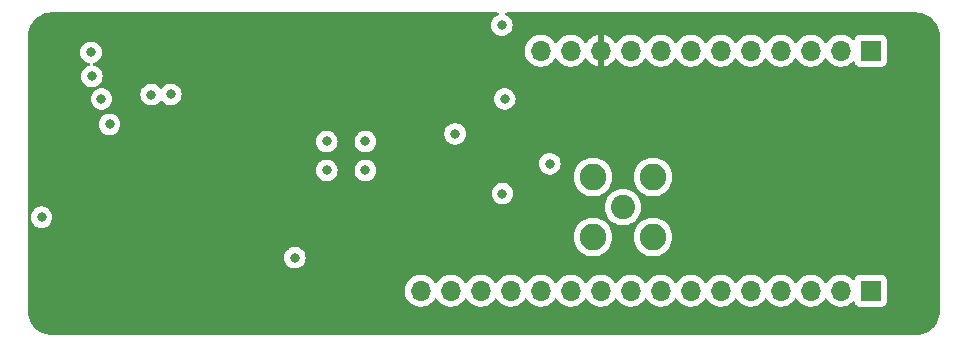
<source format=gbr>
G04 #@! TF.GenerationSoftware,KiCad,Pcbnew,(6.0.7-1)-1*
G04 #@! TF.CreationDate,2023-10-03T00:10:03-07:00*
G04 #@! TF.ProjectId,FeatherWing_KC5,46656174-6865-4725-9769-6e675f4b4335,rev?*
G04 #@! TF.SameCoordinates,Original*
G04 #@! TF.FileFunction,Copper,L3,Inr*
G04 #@! TF.FilePolarity,Positive*
%FSLAX46Y46*%
G04 Gerber Fmt 4.6, Leading zero omitted, Abs format (unit mm)*
G04 Created by KiCad (PCBNEW (6.0.7-1)-1) date 2023-10-03 00:10:03*
%MOMM*%
%LPD*%
G01*
G04 APERTURE LIST*
G04 #@! TA.AperFunction,ComponentPad*
%ADD10C,2.050000*%
G04 #@! TD*
G04 #@! TA.AperFunction,ComponentPad*
%ADD11C,2.250000*%
G04 #@! TD*
G04 #@! TA.AperFunction,ComponentPad*
%ADD12R,1.700000X1.700000*%
G04 #@! TD*
G04 #@! TA.AperFunction,ComponentPad*
%ADD13O,1.700000X1.700000*%
G04 #@! TD*
G04 #@! TA.AperFunction,ViaPad*
%ADD14C,0.800000*%
G04 #@! TD*
G04 APERTURE END LIST*
D10*
X96460000Y-59157500D03*
D11*
X99000000Y-61697500D03*
X99000000Y-56617500D03*
X93920000Y-61697500D03*
X93920000Y-56617500D03*
D12*
X117440000Y-66230000D03*
D13*
X114900000Y-66230000D03*
X112360000Y-66230000D03*
X109820000Y-66230000D03*
X107280000Y-66230000D03*
X104740000Y-66230000D03*
X102200000Y-66230000D03*
X99660000Y-66230000D03*
X97120000Y-66230000D03*
X94580000Y-66230000D03*
X92040000Y-66230000D03*
X89500000Y-66230000D03*
X86960000Y-66230000D03*
X84420000Y-66230000D03*
X81880000Y-66230000D03*
X79340000Y-66230000D03*
D12*
X117440000Y-45910000D03*
D13*
X114900000Y-45910000D03*
X112360000Y-45910000D03*
X109820000Y-45910000D03*
X107280000Y-45910000D03*
X104740000Y-45910000D03*
X102200000Y-45910000D03*
X99660000Y-45910000D03*
X97120000Y-45910000D03*
X94580000Y-45910000D03*
X92040000Y-45910000D03*
X89500000Y-45910000D03*
D14*
X51490000Y-48080000D03*
X52310000Y-50000000D03*
X52990000Y-52140000D03*
X74650000Y-53600000D03*
X90270000Y-55490000D03*
X86260000Y-58020000D03*
X47240000Y-60010000D03*
X71380000Y-53600000D03*
X74650000Y-56050000D03*
X71380000Y-56050000D03*
X56520000Y-49630000D03*
X58180000Y-49620000D03*
X86210000Y-43750000D03*
X90270000Y-53970000D03*
X86450000Y-50000000D03*
X82250000Y-52950000D03*
X68680000Y-63440000D03*
X51420000Y-46060000D03*
G04 #@! TA.AperFunction,Conductor*
G36*
X85880794Y-42688502D02*
G01*
X85927287Y-42742158D01*
X85937391Y-42812432D01*
X85907897Y-42877012D01*
X85863922Y-42909607D01*
X85759278Y-42956197D01*
X85759276Y-42956198D01*
X85753248Y-42958882D01*
X85598747Y-43071134D01*
X85594326Y-43076044D01*
X85594325Y-43076045D01*
X85581448Y-43090347D01*
X85470960Y-43213056D01*
X85375473Y-43378444D01*
X85316458Y-43560072D01*
X85315768Y-43566633D01*
X85315768Y-43566635D01*
X85302905Y-43689019D01*
X85296496Y-43750000D01*
X85297186Y-43756565D01*
X85315457Y-43930400D01*
X85316458Y-43939928D01*
X85375473Y-44121556D01*
X85470960Y-44286944D01*
X85598747Y-44428866D01*
X85753248Y-44541118D01*
X85759276Y-44543802D01*
X85759278Y-44543803D01*
X85899499Y-44606233D01*
X85927712Y-44618794D01*
X86021113Y-44638647D01*
X86108056Y-44657128D01*
X86108061Y-44657128D01*
X86114513Y-44658500D01*
X86305487Y-44658500D01*
X86311939Y-44657128D01*
X86311944Y-44657128D01*
X86398887Y-44638647D01*
X86492288Y-44618794D01*
X86520501Y-44606233D01*
X86660722Y-44543803D01*
X86660724Y-44543802D01*
X86666752Y-44541118D01*
X86821253Y-44428866D01*
X86949040Y-44286944D01*
X87044527Y-44121556D01*
X87103542Y-43939928D01*
X87104544Y-43930400D01*
X87122814Y-43756565D01*
X87123504Y-43750000D01*
X87117095Y-43689019D01*
X87104232Y-43566635D01*
X87104232Y-43566633D01*
X87103542Y-43560072D01*
X87044527Y-43378444D01*
X86949040Y-43213056D01*
X86838553Y-43090347D01*
X86825675Y-43076045D01*
X86825674Y-43076044D01*
X86821253Y-43071134D01*
X86666752Y-42958882D01*
X86660724Y-42956198D01*
X86660722Y-42956197D01*
X86556078Y-42909607D01*
X86501982Y-42863627D01*
X86481333Y-42795700D01*
X86500685Y-42727392D01*
X86553896Y-42680390D01*
X86607327Y-42668500D01*
X121200633Y-42668500D01*
X121220018Y-42670000D01*
X121234852Y-42672310D01*
X121234855Y-42672310D01*
X121243724Y-42673691D01*
X121252626Y-42672527D01*
X121260001Y-42671563D01*
X121284589Y-42670771D01*
X121507817Y-42685424D01*
X121524183Y-42687581D01*
X121769480Y-42736450D01*
X121785414Y-42740727D01*
X121996304Y-42812432D01*
X122022212Y-42821241D01*
X122037451Y-42827564D01*
X122146036Y-42881206D01*
X122261694Y-42938343D01*
X122275981Y-42946607D01*
X122329046Y-42982132D01*
X122483822Y-43085752D01*
X122496892Y-43095802D01*
X122585474Y-43173658D01*
X122684757Y-43260921D01*
X122696415Y-43272607D01*
X122861077Y-43460861D01*
X122871107Y-43473970D01*
X123009747Y-43682134D01*
X123017977Y-43696443D01*
X123128216Y-43920946D01*
X123134506Y-43936207D01*
X123214451Y-44173195D01*
X123218691Y-44189148D01*
X123266969Y-44434544D01*
X123269088Y-44450910D01*
X123282730Y-44666638D01*
X123282770Y-44667277D01*
X123281743Y-44689166D01*
X123281678Y-44693623D01*
X123280275Y-44702492D01*
X123281418Y-44711399D01*
X123281418Y-44711400D01*
X123284424Y-44734825D01*
X123285449Y-44750862D01*
X123285449Y-67900621D01*
X123283948Y-67920012D01*
X123280258Y-67943704D01*
X123282388Y-67959999D01*
X123283181Y-67984568D01*
X123282470Y-67995407D01*
X123268600Y-68206901D01*
X123266448Y-68223240D01*
X123217821Y-68467662D01*
X123213555Y-68483582D01*
X123133442Y-68719566D01*
X123127135Y-68734792D01*
X123016903Y-68958307D01*
X123008662Y-68972579D01*
X122870209Y-69179782D01*
X122860176Y-69192858D01*
X122695850Y-69380230D01*
X122684196Y-69391883D01*
X122496827Y-69556200D01*
X122483764Y-69566224D01*
X122276539Y-69704686D01*
X122262274Y-69712922D01*
X122038754Y-69823151D01*
X122023529Y-69829458D01*
X121787536Y-69909568D01*
X121771626Y-69913832D01*
X121771337Y-69913889D01*
X121527194Y-69962454D01*
X121510855Y-69964605D01*
X121295465Y-69978726D01*
X121273366Y-69977743D01*
X121269092Y-69977691D01*
X121260215Y-69976309D01*
X121231993Y-69980000D01*
X121228659Y-69980436D01*
X121212319Y-69981500D01*
X48149367Y-69981500D01*
X48129982Y-69980000D01*
X48115149Y-69977690D01*
X48115145Y-69977690D01*
X48106276Y-69976309D01*
X48097374Y-69977473D01*
X48097371Y-69977473D01*
X48089988Y-69978439D01*
X48065409Y-69979233D01*
X48020799Y-69976309D01*
X47843078Y-69964660D01*
X47826738Y-69962509D01*
X47704523Y-69938199D01*
X47582304Y-69913888D01*
X47566394Y-69909625D01*
X47330398Y-69829515D01*
X47315174Y-69823209D01*
X47091658Y-69712984D01*
X47077384Y-69704743D01*
X46870171Y-69566287D01*
X46857095Y-69556254D01*
X46669722Y-69391932D01*
X46658068Y-69380278D01*
X46493746Y-69192905D01*
X46483713Y-69179829D01*
X46345257Y-68972616D01*
X46337016Y-68958342D01*
X46226791Y-68734826D01*
X46220484Y-68719600D01*
X46140375Y-68483606D01*
X46136111Y-68467693D01*
X46087491Y-68223262D01*
X46085340Y-68206922D01*
X46071476Y-67995407D01*
X46072650Y-67972232D01*
X46072334Y-67972204D01*
X46072770Y-67967344D01*
X46073576Y-67962552D01*
X46073729Y-67950000D01*
X46069773Y-67922376D01*
X46068500Y-67904514D01*
X46068500Y-66196695D01*
X77977251Y-66196695D01*
X77990110Y-66419715D01*
X77991247Y-66424761D01*
X77991248Y-66424767D01*
X78015304Y-66531508D01*
X78039222Y-66637639D01*
X78123266Y-66844616D01*
X78160685Y-66905678D01*
X78237291Y-67030688D01*
X78239987Y-67035088D01*
X78386250Y-67203938D01*
X78558126Y-67346632D01*
X78751000Y-67459338D01*
X78959692Y-67539030D01*
X78964760Y-67540061D01*
X78964763Y-67540062D01*
X79072017Y-67561883D01*
X79178597Y-67583567D01*
X79183772Y-67583757D01*
X79183774Y-67583757D01*
X79396673Y-67591564D01*
X79396677Y-67591564D01*
X79401837Y-67591753D01*
X79406957Y-67591097D01*
X79406959Y-67591097D01*
X79618288Y-67564025D01*
X79618289Y-67564025D01*
X79623416Y-67563368D01*
X79628366Y-67561883D01*
X79832429Y-67500661D01*
X79832434Y-67500659D01*
X79837384Y-67499174D01*
X80037994Y-67400896D01*
X80219860Y-67271173D01*
X80378096Y-67113489D01*
X80437594Y-67030689D01*
X80508453Y-66932077D01*
X80509776Y-66933028D01*
X80556645Y-66889857D01*
X80626580Y-66877625D01*
X80692026Y-66905144D01*
X80719875Y-66936994D01*
X80779987Y-67035088D01*
X80926250Y-67203938D01*
X81098126Y-67346632D01*
X81291000Y-67459338D01*
X81499692Y-67539030D01*
X81504760Y-67540061D01*
X81504763Y-67540062D01*
X81612017Y-67561883D01*
X81718597Y-67583567D01*
X81723772Y-67583757D01*
X81723774Y-67583757D01*
X81936673Y-67591564D01*
X81936677Y-67591564D01*
X81941837Y-67591753D01*
X81946957Y-67591097D01*
X81946959Y-67591097D01*
X82158288Y-67564025D01*
X82158289Y-67564025D01*
X82163416Y-67563368D01*
X82168366Y-67561883D01*
X82372429Y-67500661D01*
X82372434Y-67500659D01*
X82377384Y-67499174D01*
X82577994Y-67400896D01*
X82759860Y-67271173D01*
X82918096Y-67113489D01*
X82977594Y-67030689D01*
X83048453Y-66932077D01*
X83049776Y-66933028D01*
X83096645Y-66889857D01*
X83166580Y-66877625D01*
X83232026Y-66905144D01*
X83259875Y-66936994D01*
X83319987Y-67035088D01*
X83466250Y-67203938D01*
X83638126Y-67346632D01*
X83831000Y-67459338D01*
X84039692Y-67539030D01*
X84044760Y-67540061D01*
X84044763Y-67540062D01*
X84152017Y-67561883D01*
X84258597Y-67583567D01*
X84263772Y-67583757D01*
X84263774Y-67583757D01*
X84476673Y-67591564D01*
X84476677Y-67591564D01*
X84481837Y-67591753D01*
X84486957Y-67591097D01*
X84486959Y-67591097D01*
X84698288Y-67564025D01*
X84698289Y-67564025D01*
X84703416Y-67563368D01*
X84708366Y-67561883D01*
X84912429Y-67500661D01*
X84912434Y-67500659D01*
X84917384Y-67499174D01*
X85117994Y-67400896D01*
X85299860Y-67271173D01*
X85458096Y-67113489D01*
X85517594Y-67030689D01*
X85588453Y-66932077D01*
X85589776Y-66933028D01*
X85636645Y-66889857D01*
X85706580Y-66877625D01*
X85772026Y-66905144D01*
X85799875Y-66936994D01*
X85859987Y-67035088D01*
X86006250Y-67203938D01*
X86178126Y-67346632D01*
X86371000Y-67459338D01*
X86579692Y-67539030D01*
X86584760Y-67540061D01*
X86584763Y-67540062D01*
X86692017Y-67561883D01*
X86798597Y-67583567D01*
X86803772Y-67583757D01*
X86803774Y-67583757D01*
X87016673Y-67591564D01*
X87016677Y-67591564D01*
X87021837Y-67591753D01*
X87026957Y-67591097D01*
X87026959Y-67591097D01*
X87238288Y-67564025D01*
X87238289Y-67564025D01*
X87243416Y-67563368D01*
X87248366Y-67561883D01*
X87452429Y-67500661D01*
X87452434Y-67500659D01*
X87457384Y-67499174D01*
X87657994Y-67400896D01*
X87839860Y-67271173D01*
X87998096Y-67113489D01*
X88057594Y-67030689D01*
X88128453Y-66932077D01*
X88129776Y-66933028D01*
X88176645Y-66889857D01*
X88246580Y-66877625D01*
X88312026Y-66905144D01*
X88339875Y-66936994D01*
X88399987Y-67035088D01*
X88546250Y-67203938D01*
X88718126Y-67346632D01*
X88911000Y-67459338D01*
X89119692Y-67539030D01*
X89124760Y-67540061D01*
X89124763Y-67540062D01*
X89232017Y-67561883D01*
X89338597Y-67583567D01*
X89343772Y-67583757D01*
X89343774Y-67583757D01*
X89556673Y-67591564D01*
X89556677Y-67591564D01*
X89561837Y-67591753D01*
X89566957Y-67591097D01*
X89566959Y-67591097D01*
X89778288Y-67564025D01*
X89778289Y-67564025D01*
X89783416Y-67563368D01*
X89788366Y-67561883D01*
X89992429Y-67500661D01*
X89992434Y-67500659D01*
X89997384Y-67499174D01*
X90197994Y-67400896D01*
X90379860Y-67271173D01*
X90538096Y-67113489D01*
X90597594Y-67030689D01*
X90668453Y-66932077D01*
X90669776Y-66933028D01*
X90716645Y-66889857D01*
X90786580Y-66877625D01*
X90852026Y-66905144D01*
X90879875Y-66936994D01*
X90939987Y-67035088D01*
X91086250Y-67203938D01*
X91258126Y-67346632D01*
X91451000Y-67459338D01*
X91659692Y-67539030D01*
X91664760Y-67540061D01*
X91664763Y-67540062D01*
X91772017Y-67561883D01*
X91878597Y-67583567D01*
X91883772Y-67583757D01*
X91883774Y-67583757D01*
X92096673Y-67591564D01*
X92096677Y-67591564D01*
X92101837Y-67591753D01*
X92106957Y-67591097D01*
X92106959Y-67591097D01*
X92318288Y-67564025D01*
X92318289Y-67564025D01*
X92323416Y-67563368D01*
X92328366Y-67561883D01*
X92532429Y-67500661D01*
X92532434Y-67500659D01*
X92537384Y-67499174D01*
X92737994Y-67400896D01*
X92919860Y-67271173D01*
X93078096Y-67113489D01*
X93137594Y-67030689D01*
X93208453Y-66932077D01*
X93209776Y-66933028D01*
X93256645Y-66889857D01*
X93326580Y-66877625D01*
X93392026Y-66905144D01*
X93419875Y-66936994D01*
X93479987Y-67035088D01*
X93626250Y-67203938D01*
X93798126Y-67346632D01*
X93991000Y-67459338D01*
X94199692Y-67539030D01*
X94204760Y-67540061D01*
X94204763Y-67540062D01*
X94312017Y-67561883D01*
X94418597Y-67583567D01*
X94423772Y-67583757D01*
X94423774Y-67583757D01*
X94636673Y-67591564D01*
X94636677Y-67591564D01*
X94641837Y-67591753D01*
X94646957Y-67591097D01*
X94646959Y-67591097D01*
X94858288Y-67564025D01*
X94858289Y-67564025D01*
X94863416Y-67563368D01*
X94868366Y-67561883D01*
X95072429Y-67500661D01*
X95072434Y-67500659D01*
X95077384Y-67499174D01*
X95277994Y-67400896D01*
X95459860Y-67271173D01*
X95618096Y-67113489D01*
X95677594Y-67030689D01*
X95748453Y-66932077D01*
X95749776Y-66933028D01*
X95796645Y-66889857D01*
X95866580Y-66877625D01*
X95932026Y-66905144D01*
X95959875Y-66936994D01*
X96019987Y-67035088D01*
X96166250Y-67203938D01*
X96338126Y-67346632D01*
X96531000Y-67459338D01*
X96739692Y-67539030D01*
X96744760Y-67540061D01*
X96744763Y-67540062D01*
X96852017Y-67561883D01*
X96958597Y-67583567D01*
X96963772Y-67583757D01*
X96963774Y-67583757D01*
X97176673Y-67591564D01*
X97176677Y-67591564D01*
X97181837Y-67591753D01*
X97186957Y-67591097D01*
X97186959Y-67591097D01*
X97398288Y-67564025D01*
X97398289Y-67564025D01*
X97403416Y-67563368D01*
X97408366Y-67561883D01*
X97612429Y-67500661D01*
X97612434Y-67500659D01*
X97617384Y-67499174D01*
X97817994Y-67400896D01*
X97999860Y-67271173D01*
X98158096Y-67113489D01*
X98217594Y-67030689D01*
X98288453Y-66932077D01*
X98289776Y-66933028D01*
X98336645Y-66889857D01*
X98406580Y-66877625D01*
X98472026Y-66905144D01*
X98499875Y-66936994D01*
X98559987Y-67035088D01*
X98706250Y-67203938D01*
X98878126Y-67346632D01*
X99071000Y-67459338D01*
X99279692Y-67539030D01*
X99284760Y-67540061D01*
X99284763Y-67540062D01*
X99392017Y-67561883D01*
X99498597Y-67583567D01*
X99503772Y-67583757D01*
X99503774Y-67583757D01*
X99716673Y-67591564D01*
X99716677Y-67591564D01*
X99721837Y-67591753D01*
X99726957Y-67591097D01*
X99726959Y-67591097D01*
X99938288Y-67564025D01*
X99938289Y-67564025D01*
X99943416Y-67563368D01*
X99948366Y-67561883D01*
X100152429Y-67500661D01*
X100152434Y-67500659D01*
X100157384Y-67499174D01*
X100357994Y-67400896D01*
X100539860Y-67271173D01*
X100698096Y-67113489D01*
X100757594Y-67030689D01*
X100828453Y-66932077D01*
X100829776Y-66933028D01*
X100876645Y-66889857D01*
X100946580Y-66877625D01*
X101012026Y-66905144D01*
X101039875Y-66936994D01*
X101099987Y-67035088D01*
X101246250Y-67203938D01*
X101418126Y-67346632D01*
X101611000Y-67459338D01*
X101819692Y-67539030D01*
X101824760Y-67540061D01*
X101824763Y-67540062D01*
X101932017Y-67561883D01*
X102038597Y-67583567D01*
X102043772Y-67583757D01*
X102043774Y-67583757D01*
X102256673Y-67591564D01*
X102256677Y-67591564D01*
X102261837Y-67591753D01*
X102266957Y-67591097D01*
X102266959Y-67591097D01*
X102478288Y-67564025D01*
X102478289Y-67564025D01*
X102483416Y-67563368D01*
X102488366Y-67561883D01*
X102692429Y-67500661D01*
X102692434Y-67500659D01*
X102697384Y-67499174D01*
X102897994Y-67400896D01*
X103079860Y-67271173D01*
X103238096Y-67113489D01*
X103297594Y-67030689D01*
X103368453Y-66932077D01*
X103369776Y-66933028D01*
X103416645Y-66889857D01*
X103486580Y-66877625D01*
X103552026Y-66905144D01*
X103579875Y-66936994D01*
X103639987Y-67035088D01*
X103786250Y-67203938D01*
X103958126Y-67346632D01*
X104151000Y-67459338D01*
X104359692Y-67539030D01*
X104364760Y-67540061D01*
X104364763Y-67540062D01*
X104472017Y-67561883D01*
X104578597Y-67583567D01*
X104583772Y-67583757D01*
X104583774Y-67583757D01*
X104796673Y-67591564D01*
X104796677Y-67591564D01*
X104801837Y-67591753D01*
X104806957Y-67591097D01*
X104806959Y-67591097D01*
X105018288Y-67564025D01*
X105018289Y-67564025D01*
X105023416Y-67563368D01*
X105028366Y-67561883D01*
X105232429Y-67500661D01*
X105232434Y-67500659D01*
X105237384Y-67499174D01*
X105437994Y-67400896D01*
X105619860Y-67271173D01*
X105778096Y-67113489D01*
X105837594Y-67030689D01*
X105908453Y-66932077D01*
X105909776Y-66933028D01*
X105956645Y-66889857D01*
X106026580Y-66877625D01*
X106092026Y-66905144D01*
X106119875Y-66936994D01*
X106179987Y-67035088D01*
X106326250Y-67203938D01*
X106498126Y-67346632D01*
X106691000Y-67459338D01*
X106899692Y-67539030D01*
X106904760Y-67540061D01*
X106904763Y-67540062D01*
X107012017Y-67561883D01*
X107118597Y-67583567D01*
X107123772Y-67583757D01*
X107123774Y-67583757D01*
X107336673Y-67591564D01*
X107336677Y-67591564D01*
X107341837Y-67591753D01*
X107346957Y-67591097D01*
X107346959Y-67591097D01*
X107558288Y-67564025D01*
X107558289Y-67564025D01*
X107563416Y-67563368D01*
X107568366Y-67561883D01*
X107772429Y-67500661D01*
X107772434Y-67500659D01*
X107777384Y-67499174D01*
X107977994Y-67400896D01*
X108159860Y-67271173D01*
X108318096Y-67113489D01*
X108377594Y-67030689D01*
X108448453Y-66932077D01*
X108449776Y-66933028D01*
X108496645Y-66889857D01*
X108566580Y-66877625D01*
X108632026Y-66905144D01*
X108659875Y-66936994D01*
X108719987Y-67035088D01*
X108866250Y-67203938D01*
X109038126Y-67346632D01*
X109231000Y-67459338D01*
X109439692Y-67539030D01*
X109444760Y-67540061D01*
X109444763Y-67540062D01*
X109552017Y-67561883D01*
X109658597Y-67583567D01*
X109663772Y-67583757D01*
X109663774Y-67583757D01*
X109876673Y-67591564D01*
X109876677Y-67591564D01*
X109881837Y-67591753D01*
X109886957Y-67591097D01*
X109886959Y-67591097D01*
X110098288Y-67564025D01*
X110098289Y-67564025D01*
X110103416Y-67563368D01*
X110108366Y-67561883D01*
X110312429Y-67500661D01*
X110312434Y-67500659D01*
X110317384Y-67499174D01*
X110517994Y-67400896D01*
X110699860Y-67271173D01*
X110858096Y-67113489D01*
X110917594Y-67030689D01*
X110988453Y-66932077D01*
X110989776Y-66933028D01*
X111036645Y-66889857D01*
X111106580Y-66877625D01*
X111172026Y-66905144D01*
X111199875Y-66936994D01*
X111259987Y-67035088D01*
X111406250Y-67203938D01*
X111578126Y-67346632D01*
X111771000Y-67459338D01*
X111979692Y-67539030D01*
X111984760Y-67540061D01*
X111984763Y-67540062D01*
X112092017Y-67561883D01*
X112198597Y-67583567D01*
X112203772Y-67583757D01*
X112203774Y-67583757D01*
X112416673Y-67591564D01*
X112416677Y-67591564D01*
X112421837Y-67591753D01*
X112426957Y-67591097D01*
X112426959Y-67591097D01*
X112638288Y-67564025D01*
X112638289Y-67564025D01*
X112643416Y-67563368D01*
X112648366Y-67561883D01*
X112852429Y-67500661D01*
X112852434Y-67500659D01*
X112857384Y-67499174D01*
X113057994Y-67400896D01*
X113239860Y-67271173D01*
X113398096Y-67113489D01*
X113457594Y-67030689D01*
X113528453Y-66932077D01*
X113529776Y-66933028D01*
X113576645Y-66889857D01*
X113646580Y-66877625D01*
X113712026Y-66905144D01*
X113739875Y-66936994D01*
X113799987Y-67035088D01*
X113946250Y-67203938D01*
X114118126Y-67346632D01*
X114311000Y-67459338D01*
X114519692Y-67539030D01*
X114524760Y-67540061D01*
X114524763Y-67540062D01*
X114632017Y-67561883D01*
X114738597Y-67583567D01*
X114743772Y-67583757D01*
X114743774Y-67583757D01*
X114956673Y-67591564D01*
X114956677Y-67591564D01*
X114961837Y-67591753D01*
X114966957Y-67591097D01*
X114966959Y-67591097D01*
X115178288Y-67564025D01*
X115178289Y-67564025D01*
X115183416Y-67563368D01*
X115188366Y-67561883D01*
X115392429Y-67500661D01*
X115392434Y-67500659D01*
X115397384Y-67499174D01*
X115597994Y-67400896D01*
X115779860Y-67271173D01*
X115888091Y-67163319D01*
X115950462Y-67129404D01*
X116021268Y-67134592D01*
X116078030Y-67177238D01*
X116095012Y-67208341D01*
X116139385Y-67326705D01*
X116226739Y-67443261D01*
X116343295Y-67530615D01*
X116479684Y-67581745D01*
X116541866Y-67588500D01*
X118338134Y-67588500D01*
X118400316Y-67581745D01*
X118536705Y-67530615D01*
X118653261Y-67443261D01*
X118740615Y-67326705D01*
X118791745Y-67190316D01*
X118798500Y-67128134D01*
X118798500Y-65331866D01*
X118791745Y-65269684D01*
X118740615Y-65133295D01*
X118653261Y-65016739D01*
X118536705Y-64929385D01*
X118400316Y-64878255D01*
X118338134Y-64871500D01*
X116541866Y-64871500D01*
X116479684Y-64878255D01*
X116343295Y-64929385D01*
X116226739Y-65016739D01*
X116139385Y-65133295D01*
X116136233Y-65141703D01*
X116094919Y-65251907D01*
X116052277Y-65308671D01*
X115985716Y-65333371D01*
X115916367Y-65318163D01*
X115883743Y-65292476D01*
X115833151Y-65236875D01*
X115833142Y-65236866D01*
X115829670Y-65233051D01*
X115825619Y-65229852D01*
X115825615Y-65229848D01*
X115658414Y-65097800D01*
X115658410Y-65097798D01*
X115654359Y-65094598D01*
X115458789Y-64986638D01*
X115453920Y-64984914D01*
X115453916Y-64984912D01*
X115253087Y-64913795D01*
X115253083Y-64913794D01*
X115248212Y-64912069D01*
X115243119Y-64911162D01*
X115243116Y-64911161D01*
X115033373Y-64873800D01*
X115033367Y-64873799D01*
X115028284Y-64872894D01*
X114954452Y-64871992D01*
X114810081Y-64870228D01*
X114810079Y-64870228D01*
X114804911Y-64870165D01*
X114584091Y-64903955D01*
X114371756Y-64973357D01*
X114173607Y-65076507D01*
X114169474Y-65079610D01*
X114169471Y-65079612D01*
X113999100Y-65207530D01*
X113994965Y-65210635D01*
X113955525Y-65251907D01*
X113901280Y-65308671D01*
X113840629Y-65372138D01*
X113733201Y-65529621D01*
X113678293Y-65574621D01*
X113607768Y-65582792D01*
X113544021Y-65551538D01*
X113523324Y-65527054D01*
X113442822Y-65402617D01*
X113442820Y-65402614D01*
X113440014Y-65398277D01*
X113289670Y-65233051D01*
X113285619Y-65229852D01*
X113285615Y-65229848D01*
X113118414Y-65097800D01*
X113118410Y-65097798D01*
X113114359Y-65094598D01*
X112918789Y-64986638D01*
X112913920Y-64984914D01*
X112913916Y-64984912D01*
X112713087Y-64913795D01*
X112713083Y-64913794D01*
X112708212Y-64912069D01*
X112703119Y-64911162D01*
X112703116Y-64911161D01*
X112493373Y-64873800D01*
X112493367Y-64873799D01*
X112488284Y-64872894D01*
X112414452Y-64871992D01*
X112270081Y-64870228D01*
X112270079Y-64870228D01*
X112264911Y-64870165D01*
X112044091Y-64903955D01*
X111831756Y-64973357D01*
X111633607Y-65076507D01*
X111629474Y-65079610D01*
X111629471Y-65079612D01*
X111459100Y-65207530D01*
X111454965Y-65210635D01*
X111415525Y-65251907D01*
X111361280Y-65308671D01*
X111300629Y-65372138D01*
X111193201Y-65529621D01*
X111138293Y-65574621D01*
X111067768Y-65582792D01*
X111004021Y-65551538D01*
X110983324Y-65527054D01*
X110902822Y-65402617D01*
X110902820Y-65402614D01*
X110900014Y-65398277D01*
X110749670Y-65233051D01*
X110745619Y-65229852D01*
X110745615Y-65229848D01*
X110578414Y-65097800D01*
X110578410Y-65097798D01*
X110574359Y-65094598D01*
X110378789Y-64986638D01*
X110373920Y-64984914D01*
X110373916Y-64984912D01*
X110173087Y-64913795D01*
X110173083Y-64913794D01*
X110168212Y-64912069D01*
X110163119Y-64911162D01*
X110163116Y-64911161D01*
X109953373Y-64873800D01*
X109953367Y-64873799D01*
X109948284Y-64872894D01*
X109874452Y-64871992D01*
X109730081Y-64870228D01*
X109730079Y-64870228D01*
X109724911Y-64870165D01*
X109504091Y-64903955D01*
X109291756Y-64973357D01*
X109093607Y-65076507D01*
X109089474Y-65079610D01*
X109089471Y-65079612D01*
X108919100Y-65207530D01*
X108914965Y-65210635D01*
X108875525Y-65251907D01*
X108821280Y-65308671D01*
X108760629Y-65372138D01*
X108653201Y-65529621D01*
X108598293Y-65574621D01*
X108527768Y-65582792D01*
X108464021Y-65551538D01*
X108443324Y-65527054D01*
X108362822Y-65402617D01*
X108362820Y-65402614D01*
X108360014Y-65398277D01*
X108209670Y-65233051D01*
X108205619Y-65229852D01*
X108205615Y-65229848D01*
X108038414Y-65097800D01*
X108038410Y-65097798D01*
X108034359Y-65094598D01*
X107838789Y-64986638D01*
X107833920Y-64984914D01*
X107833916Y-64984912D01*
X107633087Y-64913795D01*
X107633083Y-64913794D01*
X107628212Y-64912069D01*
X107623119Y-64911162D01*
X107623116Y-64911161D01*
X107413373Y-64873800D01*
X107413367Y-64873799D01*
X107408284Y-64872894D01*
X107334452Y-64871992D01*
X107190081Y-64870228D01*
X107190079Y-64870228D01*
X107184911Y-64870165D01*
X106964091Y-64903955D01*
X106751756Y-64973357D01*
X106553607Y-65076507D01*
X106549474Y-65079610D01*
X106549471Y-65079612D01*
X106379100Y-65207530D01*
X106374965Y-65210635D01*
X106335525Y-65251907D01*
X106281280Y-65308671D01*
X106220629Y-65372138D01*
X106113201Y-65529621D01*
X106058293Y-65574621D01*
X105987768Y-65582792D01*
X105924021Y-65551538D01*
X105903324Y-65527054D01*
X105822822Y-65402617D01*
X105822820Y-65402614D01*
X105820014Y-65398277D01*
X105669670Y-65233051D01*
X105665619Y-65229852D01*
X105665615Y-65229848D01*
X105498414Y-65097800D01*
X105498410Y-65097798D01*
X105494359Y-65094598D01*
X105298789Y-64986638D01*
X105293920Y-64984914D01*
X105293916Y-64984912D01*
X105093087Y-64913795D01*
X105093083Y-64913794D01*
X105088212Y-64912069D01*
X105083119Y-64911162D01*
X105083116Y-64911161D01*
X104873373Y-64873800D01*
X104873367Y-64873799D01*
X104868284Y-64872894D01*
X104794452Y-64871992D01*
X104650081Y-64870228D01*
X104650079Y-64870228D01*
X104644911Y-64870165D01*
X104424091Y-64903955D01*
X104211756Y-64973357D01*
X104013607Y-65076507D01*
X104009474Y-65079610D01*
X104009471Y-65079612D01*
X103839100Y-65207530D01*
X103834965Y-65210635D01*
X103795525Y-65251907D01*
X103741280Y-65308671D01*
X103680629Y-65372138D01*
X103573201Y-65529621D01*
X103518293Y-65574621D01*
X103447768Y-65582792D01*
X103384021Y-65551538D01*
X103363324Y-65527054D01*
X103282822Y-65402617D01*
X103282820Y-65402614D01*
X103280014Y-65398277D01*
X103129670Y-65233051D01*
X103125619Y-65229852D01*
X103125615Y-65229848D01*
X102958414Y-65097800D01*
X102958410Y-65097798D01*
X102954359Y-65094598D01*
X102758789Y-64986638D01*
X102753920Y-64984914D01*
X102753916Y-64984912D01*
X102553087Y-64913795D01*
X102553083Y-64913794D01*
X102548212Y-64912069D01*
X102543119Y-64911162D01*
X102543116Y-64911161D01*
X102333373Y-64873800D01*
X102333367Y-64873799D01*
X102328284Y-64872894D01*
X102254452Y-64871992D01*
X102110081Y-64870228D01*
X102110079Y-64870228D01*
X102104911Y-64870165D01*
X101884091Y-64903955D01*
X101671756Y-64973357D01*
X101473607Y-65076507D01*
X101469474Y-65079610D01*
X101469471Y-65079612D01*
X101299100Y-65207530D01*
X101294965Y-65210635D01*
X101255525Y-65251907D01*
X101201280Y-65308671D01*
X101140629Y-65372138D01*
X101033201Y-65529621D01*
X100978293Y-65574621D01*
X100907768Y-65582792D01*
X100844021Y-65551538D01*
X100823324Y-65527054D01*
X100742822Y-65402617D01*
X100742820Y-65402614D01*
X100740014Y-65398277D01*
X100589670Y-65233051D01*
X100585619Y-65229852D01*
X100585615Y-65229848D01*
X100418414Y-65097800D01*
X100418410Y-65097798D01*
X100414359Y-65094598D01*
X100218789Y-64986638D01*
X100213920Y-64984914D01*
X100213916Y-64984912D01*
X100013087Y-64913795D01*
X100013083Y-64913794D01*
X100008212Y-64912069D01*
X100003119Y-64911162D01*
X100003116Y-64911161D01*
X99793373Y-64873800D01*
X99793367Y-64873799D01*
X99788284Y-64872894D01*
X99714452Y-64871992D01*
X99570081Y-64870228D01*
X99570079Y-64870228D01*
X99564911Y-64870165D01*
X99344091Y-64903955D01*
X99131756Y-64973357D01*
X98933607Y-65076507D01*
X98929474Y-65079610D01*
X98929471Y-65079612D01*
X98759100Y-65207530D01*
X98754965Y-65210635D01*
X98715525Y-65251907D01*
X98661280Y-65308671D01*
X98600629Y-65372138D01*
X98493201Y-65529621D01*
X98438293Y-65574621D01*
X98367768Y-65582792D01*
X98304021Y-65551538D01*
X98283324Y-65527054D01*
X98202822Y-65402617D01*
X98202820Y-65402614D01*
X98200014Y-65398277D01*
X98049670Y-65233051D01*
X98045619Y-65229852D01*
X98045615Y-65229848D01*
X97878414Y-65097800D01*
X97878410Y-65097798D01*
X97874359Y-65094598D01*
X97678789Y-64986638D01*
X97673920Y-64984914D01*
X97673916Y-64984912D01*
X97473087Y-64913795D01*
X97473083Y-64913794D01*
X97468212Y-64912069D01*
X97463119Y-64911162D01*
X97463116Y-64911161D01*
X97253373Y-64873800D01*
X97253367Y-64873799D01*
X97248284Y-64872894D01*
X97174452Y-64871992D01*
X97030081Y-64870228D01*
X97030079Y-64870228D01*
X97024911Y-64870165D01*
X96804091Y-64903955D01*
X96591756Y-64973357D01*
X96393607Y-65076507D01*
X96389474Y-65079610D01*
X96389471Y-65079612D01*
X96219100Y-65207530D01*
X96214965Y-65210635D01*
X96175525Y-65251907D01*
X96121280Y-65308671D01*
X96060629Y-65372138D01*
X95953201Y-65529621D01*
X95898293Y-65574621D01*
X95827768Y-65582792D01*
X95764021Y-65551538D01*
X95743324Y-65527054D01*
X95662822Y-65402617D01*
X95662820Y-65402614D01*
X95660014Y-65398277D01*
X95509670Y-65233051D01*
X95505619Y-65229852D01*
X95505615Y-65229848D01*
X95338414Y-65097800D01*
X95338410Y-65097798D01*
X95334359Y-65094598D01*
X95138789Y-64986638D01*
X95133920Y-64984914D01*
X95133916Y-64984912D01*
X94933087Y-64913795D01*
X94933083Y-64913794D01*
X94928212Y-64912069D01*
X94923119Y-64911162D01*
X94923116Y-64911161D01*
X94713373Y-64873800D01*
X94713367Y-64873799D01*
X94708284Y-64872894D01*
X94634452Y-64871992D01*
X94490081Y-64870228D01*
X94490079Y-64870228D01*
X94484911Y-64870165D01*
X94264091Y-64903955D01*
X94051756Y-64973357D01*
X93853607Y-65076507D01*
X93849474Y-65079610D01*
X93849471Y-65079612D01*
X93679100Y-65207530D01*
X93674965Y-65210635D01*
X93635525Y-65251907D01*
X93581280Y-65308671D01*
X93520629Y-65372138D01*
X93413201Y-65529621D01*
X93358293Y-65574621D01*
X93287768Y-65582792D01*
X93224021Y-65551538D01*
X93203324Y-65527054D01*
X93122822Y-65402617D01*
X93122820Y-65402614D01*
X93120014Y-65398277D01*
X92969670Y-65233051D01*
X92965619Y-65229852D01*
X92965615Y-65229848D01*
X92798414Y-65097800D01*
X92798410Y-65097798D01*
X92794359Y-65094598D01*
X92598789Y-64986638D01*
X92593920Y-64984914D01*
X92593916Y-64984912D01*
X92393087Y-64913795D01*
X92393083Y-64913794D01*
X92388212Y-64912069D01*
X92383119Y-64911162D01*
X92383116Y-64911161D01*
X92173373Y-64873800D01*
X92173367Y-64873799D01*
X92168284Y-64872894D01*
X92094452Y-64871992D01*
X91950081Y-64870228D01*
X91950079Y-64870228D01*
X91944911Y-64870165D01*
X91724091Y-64903955D01*
X91511756Y-64973357D01*
X91313607Y-65076507D01*
X91309474Y-65079610D01*
X91309471Y-65079612D01*
X91139100Y-65207530D01*
X91134965Y-65210635D01*
X91095525Y-65251907D01*
X91041280Y-65308671D01*
X90980629Y-65372138D01*
X90873201Y-65529621D01*
X90818293Y-65574621D01*
X90747768Y-65582792D01*
X90684021Y-65551538D01*
X90663324Y-65527054D01*
X90582822Y-65402617D01*
X90582820Y-65402614D01*
X90580014Y-65398277D01*
X90429670Y-65233051D01*
X90425619Y-65229852D01*
X90425615Y-65229848D01*
X90258414Y-65097800D01*
X90258410Y-65097798D01*
X90254359Y-65094598D01*
X90058789Y-64986638D01*
X90053920Y-64984914D01*
X90053916Y-64984912D01*
X89853087Y-64913795D01*
X89853083Y-64913794D01*
X89848212Y-64912069D01*
X89843119Y-64911162D01*
X89843116Y-64911161D01*
X89633373Y-64873800D01*
X89633367Y-64873799D01*
X89628284Y-64872894D01*
X89554452Y-64871992D01*
X89410081Y-64870228D01*
X89410079Y-64870228D01*
X89404911Y-64870165D01*
X89184091Y-64903955D01*
X88971756Y-64973357D01*
X88773607Y-65076507D01*
X88769474Y-65079610D01*
X88769471Y-65079612D01*
X88599100Y-65207530D01*
X88594965Y-65210635D01*
X88555525Y-65251907D01*
X88501280Y-65308671D01*
X88440629Y-65372138D01*
X88333201Y-65529621D01*
X88278293Y-65574621D01*
X88207768Y-65582792D01*
X88144021Y-65551538D01*
X88123324Y-65527054D01*
X88042822Y-65402617D01*
X88042820Y-65402614D01*
X88040014Y-65398277D01*
X87889670Y-65233051D01*
X87885619Y-65229852D01*
X87885615Y-65229848D01*
X87718414Y-65097800D01*
X87718410Y-65097798D01*
X87714359Y-65094598D01*
X87518789Y-64986638D01*
X87513920Y-64984914D01*
X87513916Y-64984912D01*
X87313087Y-64913795D01*
X87313083Y-64913794D01*
X87308212Y-64912069D01*
X87303119Y-64911162D01*
X87303116Y-64911161D01*
X87093373Y-64873800D01*
X87093367Y-64873799D01*
X87088284Y-64872894D01*
X87014452Y-64871992D01*
X86870081Y-64870228D01*
X86870079Y-64870228D01*
X86864911Y-64870165D01*
X86644091Y-64903955D01*
X86431756Y-64973357D01*
X86233607Y-65076507D01*
X86229474Y-65079610D01*
X86229471Y-65079612D01*
X86059100Y-65207530D01*
X86054965Y-65210635D01*
X86015525Y-65251907D01*
X85961280Y-65308671D01*
X85900629Y-65372138D01*
X85793201Y-65529621D01*
X85738293Y-65574621D01*
X85667768Y-65582792D01*
X85604021Y-65551538D01*
X85583324Y-65527054D01*
X85502822Y-65402617D01*
X85502820Y-65402614D01*
X85500014Y-65398277D01*
X85349670Y-65233051D01*
X85345619Y-65229852D01*
X85345615Y-65229848D01*
X85178414Y-65097800D01*
X85178410Y-65097798D01*
X85174359Y-65094598D01*
X84978789Y-64986638D01*
X84973920Y-64984914D01*
X84973916Y-64984912D01*
X84773087Y-64913795D01*
X84773083Y-64913794D01*
X84768212Y-64912069D01*
X84763119Y-64911162D01*
X84763116Y-64911161D01*
X84553373Y-64873800D01*
X84553367Y-64873799D01*
X84548284Y-64872894D01*
X84474452Y-64871992D01*
X84330081Y-64870228D01*
X84330079Y-64870228D01*
X84324911Y-64870165D01*
X84104091Y-64903955D01*
X83891756Y-64973357D01*
X83693607Y-65076507D01*
X83689474Y-65079610D01*
X83689471Y-65079612D01*
X83519100Y-65207530D01*
X83514965Y-65210635D01*
X83475525Y-65251907D01*
X83421280Y-65308671D01*
X83360629Y-65372138D01*
X83253201Y-65529621D01*
X83198293Y-65574621D01*
X83127768Y-65582792D01*
X83064021Y-65551538D01*
X83043324Y-65527054D01*
X82962822Y-65402617D01*
X82962820Y-65402614D01*
X82960014Y-65398277D01*
X82809670Y-65233051D01*
X82805619Y-65229852D01*
X82805615Y-65229848D01*
X82638414Y-65097800D01*
X82638410Y-65097798D01*
X82634359Y-65094598D01*
X82438789Y-64986638D01*
X82433920Y-64984914D01*
X82433916Y-64984912D01*
X82233087Y-64913795D01*
X82233083Y-64913794D01*
X82228212Y-64912069D01*
X82223119Y-64911162D01*
X82223116Y-64911161D01*
X82013373Y-64873800D01*
X82013367Y-64873799D01*
X82008284Y-64872894D01*
X81934452Y-64871992D01*
X81790081Y-64870228D01*
X81790079Y-64870228D01*
X81784911Y-64870165D01*
X81564091Y-64903955D01*
X81351756Y-64973357D01*
X81153607Y-65076507D01*
X81149474Y-65079610D01*
X81149471Y-65079612D01*
X80979100Y-65207530D01*
X80974965Y-65210635D01*
X80935525Y-65251907D01*
X80881280Y-65308671D01*
X80820629Y-65372138D01*
X80713201Y-65529621D01*
X80658293Y-65574621D01*
X80587768Y-65582792D01*
X80524021Y-65551538D01*
X80503324Y-65527054D01*
X80422822Y-65402617D01*
X80422820Y-65402614D01*
X80420014Y-65398277D01*
X80269670Y-65233051D01*
X80265619Y-65229852D01*
X80265615Y-65229848D01*
X80098414Y-65097800D01*
X80098410Y-65097798D01*
X80094359Y-65094598D01*
X79898789Y-64986638D01*
X79893920Y-64984914D01*
X79893916Y-64984912D01*
X79693087Y-64913795D01*
X79693083Y-64913794D01*
X79688212Y-64912069D01*
X79683119Y-64911162D01*
X79683116Y-64911161D01*
X79473373Y-64873800D01*
X79473367Y-64873799D01*
X79468284Y-64872894D01*
X79394452Y-64871992D01*
X79250081Y-64870228D01*
X79250079Y-64870228D01*
X79244911Y-64870165D01*
X79024091Y-64903955D01*
X78811756Y-64973357D01*
X78613607Y-65076507D01*
X78609474Y-65079610D01*
X78609471Y-65079612D01*
X78439100Y-65207530D01*
X78434965Y-65210635D01*
X78395525Y-65251907D01*
X78341280Y-65308671D01*
X78280629Y-65372138D01*
X78154743Y-65556680D01*
X78060688Y-65759305D01*
X78000989Y-65974570D01*
X77977251Y-66196695D01*
X46068500Y-66196695D01*
X46068500Y-63440000D01*
X67766496Y-63440000D01*
X67786458Y-63629928D01*
X67845473Y-63811556D01*
X67940960Y-63976944D01*
X68068747Y-64118866D01*
X68223248Y-64231118D01*
X68229276Y-64233802D01*
X68229278Y-64233803D01*
X68391681Y-64306109D01*
X68397712Y-64308794D01*
X68491112Y-64328647D01*
X68578056Y-64347128D01*
X68578061Y-64347128D01*
X68584513Y-64348500D01*
X68775487Y-64348500D01*
X68781939Y-64347128D01*
X68781944Y-64347128D01*
X68868888Y-64328647D01*
X68962288Y-64308794D01*
X68968319Y-64306109D01*
X69130722Y-64233803D01*
X69130724Y-64233802D01*
X69136752Y-64231118D01*
X69291253Y-64118866D01*
X69419040Y-63976944D01*
X69514527Y-63811556D01*
X69573542Y-63629928D01*
X69593504Y-63440000D01*
X69580499Y-63316266D01*
X69574232Y-63256635D01*
X69574232Y-63256633D01*
X69573542Y-63250072D01*
X69514527Y-63068444D01*
X69419040Y-62903056D01*
X69291253Y-62761134D01*
X69192157Y-62689136D01*
X69142094Y-62652763D01*
X69142093Y-62652762D01*
X69136752Y-62648882D01*
X69130724Y-62646198D01*
X69130722Y-62646197D01*
X68968319Y-62573891D01*
X68968318Y-62573891D01*
X68962288Y-62571206D01*
X68868888Y-62551353D01*
X68781944Y-62532872D01*
X68781939Y-62532872D01*
X68775487Y-62531500D01*
X68584513Y-62531500D01*
X68578061Y-62532872D01*
X68578056Y-62532872D01*
X68491112Y-62551353D01*
X68397712Y-62571206D01*
X68391682Y-62573891D01*
X68391681Y-62573891D01*
X68229278Y-62646197D01*
X68229276Y-62646198D01*
X68223248Y-62648882D01*
X68217907Y-62652762D01*
X68217906Y-62652763D01*
X68167843Y-62689136D01*
X68068747Y-62761134D01*
X67940960Y-62903056D01*
X67845473Y-63068444D01*
X67786458Y-63250072D01*
X67785768Y-63256633D01*
X67785768Y-63256635D01*
X67779501Y-63316266D01*
X67766496Y-63440000D01*
X46068500Y-63440000D01*
X46068500Y-61697500D01*
X92281449Y-61697500D01*
X92301622Y-61953826D01*
X92361645Y-62203840D01*
X92460040Y-62441387D01*
X92594384Y-62660616D01*
X92761369Y-62856131D01*
X92956884Y-63023116D01*
X93176113Y-63157460D01*
X93180683Y-63159353D01*
X93180687Y-63159355D01*
X93409087Y-63253961D01*
X93413660Y-63255855D01*
X93500502Y-63276704D01*
X93658861Y-63314723D01*
X93658867Y-63314724D01*
X93663674Y-63315878D01*
X93920000Y-63336051D01*
X94176326Y-63315878D01*
X94181133Y-63314724D01*
X94181139Y-63314723D01*
X94339498Y-63276704D01*
X94426340Y-63255855D01*
X94430913Y-63253961D01*
X94659313Y-63159355D01*
X94659317Y-63159353D01*
X94663887Y-63157460D01*
X94883116Y-63023116D01*
X95078631Y-62856131D01*
X95245616Y-62660616D01*
X95379960Y-62441387D01*
X95478355Y-62203840D01*
X95538378Y-61953826D01*
X95558551Y-61697500D01*
X97361449Y-61697500D01*
X97381622Y-61953826D01*
X97441645Y-62203840D01*
X97540040Y-62441387D01*
X97674384Y-62660616D01*
X97841369Y-62856131D01*
X98036884Y-63023116D01*
X98256113Y-63157460D01*
X98260683Y-63159353D01*
X98260687Y-63159355D01*
X98489087Y-63253961D01*
X98493660Y-63255855D01*
X98580502Y-63276704D01*
X98738861Y-63314723D01*
X98738867Y-63314724D01*
X98743674Y-63315878D01*
X99000000Y-63336051D01*
X99256326Y-63315878D01*
X99261133Y-63314724D01*
X99261139Y-63314723D01*
X99419498Y-63276704D01*
X99506340Y-63255855D01*
X99510913Y-63253961D01*
X99739313Y-63159355D01*
X99739317Y-63159353D01*
X99743887Y-63157460D01*
X99963116Y-63023116D01*
X100158631Y-62856131D01*
X100325616Y-62660616D01*
X100459960Y-62441387D01*
X100558355Y-62203840D01*
X100618378Y-61953826D01*
X100638551Y-61697500D01*
X100618378Y-61441174D01*
X100558355Y-61191160D01*
X100459960Y-60953613D01*
X100325616Y-60734384D01*
X100158631Y-60538869D01*
X99963116Y-60371884D01*
X99743887Y-60237540D01*
X99739317Y-60235647D01*
X99739313Y-60235645D01*
X99510913Y-60141039D01*
X99510911Y-60141038D01*
X99506340Y-60139145D01*
X99419498Y-60118296D01*
X99261139Y-60080277D01*
X99261133Y-60080276D01*
X99256326Y-60079122D01*
X99000000Y-60058949D01*
X98743674Y-60079122D01*
X98738867Y-60080276D01*
X98738861Y-60080277D01*
X98580502Y-60118296D01*
X98493660Y-60139145D01*
X98489089Y-60141038D01*
X98489087Y-60141039D01*
X98260687Y-60235645D01*
X98260683Y-60235647D01*
X98256113Y-60237540D01*
X98036884Y-60371884D01*
X97841369Y-60538869D01*
X97674384Y-60734384D01*
X97540040Y-60953613D01*
X97441645Y-61191160D01*
X97381622Y-61441174D01*
X97361449Y-61697500D01*
X95558551Y-61697500D01*
X95538378Y-61441174D01*
X95478355Y-61191160D01*
X95379960Y-60953613D01*
X95245616Y-60734384D01*
X95078631Y-60538869D01*
X94883116Y-60371884D01*
X94663887Y-60237540D01*
X94659317Y-60235647D01*
X94659313Y-60235645D01*
X94430913Y-60141039D01*
X94430911Y-60141038D01*
X94426340Y-60139145D01*
X94339498Y-60118296D01*
X94181139Y-60080277D01*
X94181133Y-60080276D01*
X94176326Y-60079122D01*
X93920000Y-60058949D01*
X93663674Y-60079122D01*
X93658867Y-60080276D01*
X93658861Y-60080277D01*
X93500502Y-60118296D01*
X93413660Y-60139145D01*
X93409089Y-60141038D01*
X93409087Y-60141039D01*
X93180687Y-60235645D01*
X93180683Y-60235647D01*
X93176113Y-60237540D01*
X92956884Y-60371884D01*
X92761369Y-60538869D01*
X92594384Y-60734384D01*
X92460040Y-60953613D01*
X92361645Y-61191160D01*
X92301622Y-61441174D01*
X92281449Y-61697500D01*
X46068500Y-61697500D01*
X46068500Y-60010000D01*
X46326496Y-60010000D01*
X46327186Y-60016565D01*
X46340269Y-60141039D01*
X46346458Y-60199928D01*
X46405473Y-60381556D01*
X46408776Y-60387278D01*
X46408777Y-60387279D01*
X46418746Y-60404546D01*
X46500960Y-60546944D01*
X46505378Y-60551851D01*
X46505379Y-60551852D01*
X46568189Y-60621610D01*
X46628747Y-60688866D01*
X46783248Y-60801118D01*
X46789276Y-60803802D01*
X46789278Y-60803803D01*
X46951681Y-60876109D01*
X46957712Y-60878794D01*
X47051113Y-60898647D01*
X47138056Y-60917128D01*
X47138061Y-60917128D01*
X47144513Y-60918500D01*
X47335487Y-60918500D01*
X47341939Y-60917128D01*
X47341944Y-60917128D01*
X47428887Y-60898647D01*
X47522288Y-60878794D01*
X47528319Y-60876109D01*
X47690722Y-60803803D01*
X47690724Y-60803802D01*
X47696752Y-60801118D01*
X47851253Y-60688866D01*
X47911811Y-60621610D01*
X47974621Y-60551852D01*
X47974622Y-60551851D01*
X47979040Y-60546944D01*
X48061254Y-60404546D01*
X48071223Y-60387279D01*
X48071224Y-60387278D01*
X48074527Y-60381556D01*
X48133542Y-60199928D01*
X48139732Y-60141039D01*
X48152814Y-60016565D01*
X48153504Y-60010000D01*
X48133542Y-59820072D01*
X48074527Y-59638444D01*
X47979040Y-59473056D01*
X47907138Y-59393200D01*
X47855675Y-59336045D01*
X47855674Y-59336044D01*
X47851253Y-59331134D01*
X47696752Y-59218882D01*
X47690724Y-59216198D01*
X47690722Y-59216197D01*
X47558886Y-59157500D01*
X94921758Y-59157500D01*
X94940696Y-59398134D01*
X94941850Y-59402941D01*
X94941851Y-59402947D01*
X94957505Y-59468148D01*
X94997045Y-59632843D01*
X94998938Y-59637414D01*
X94998939Y-59637416D01*
X95074598Y-59820072D01*
X95089416Y-59855847D01*
X95215536Y-60061656D01*
X95231440Y-60080277D01*
X95367965Y-60240126D01*
X95372299Y-60245201D01*
X95555844Y-60401964D01*
X95761653Y-60528084D01*
X95766223Y-60529977D01*
X95766227Y-60529979D01*
X95980084Y-60618561D01*
X95984657Y-60620455D01*
X96067039Y-60640233D01*
X96214553Y-60675649D01*
X96214559Y-60675650D01*
X96219366Y-60676804D01*
X96460000Y-60695742D01*
X96700634Y-60676804D01*
X96705441Y-60675650D01*
X96705447Y-60675649D01*
X96852961Y-60640233D01*
X96935343Y-60620455D01*
X96939916Y-60618561D01*
X97153773Y-60529979D01*
X97153777Y-60529977D01*
X97158347Y-60528084D01*
X97364156Y-60401964D01*
X97547701Y-60245201D01*
X97552036Y-60240126D01*
X97688560Y-60080277D01*
X97704464Y-60061656D01*
X97830584Y-59855847D01*
X97845403Y-59820072D01*
X97921061Y-59637416D01*
X97921062Y-59637414D01*
X97922955Y-59632843D01*
X97962495Y-59468148D01*
X97978149Y-59402947D01*
X97978150Y-59402941D01*
X97979304Y-59398134D01*
X97998242Y-59157500D01*
X97979304Y-58916866D01*
X97978150Y-58912059D01*
X97978149Y-58912053D01*
X97927899Y-58702749D01*
X97922955Y-58682157D01*
X97873123Y-58561852D01*
X97832479Y-58463727D01*
X97832477Y-58463723D01*
X97830584Y-58459153D01*
X97704464Y-58253344D01*
X97554244Y-58077460D01*
X97550909Y-58073555D01*
X97547701Y-58069799D01*
X97364156Y-57913036D01*
X97158347Y-57786916D01*
X97153777Y-57785023D01*
X97153773Y-57785021D01*
X96939916Y-57696439D01*
X96939914Y-57696438D01*
X96935343Y-57694545D01*
X96852961Y-57674767D01*
X96705447Y-57639351D01*
X96705441Y-57639350D01*
X96700634Y-57638196D01*
X96460000Y-57619258D01*
X96219366Y-57638196D01*
X96214559Y-57639350D01*
X96214553Y-57639351D01*
X96067039Y-57674767D01*
X95984657Y-57694545D01*
X95980086Y-57696438D01*
X95980084Y-57696439D01*
X95766227Y-57785021D01*
X95766223Y-57785023D01*
X95761653Y-57786916D01*
X95555844Y-57913036D01*
X95372299Y-58069799D01*
X95369091Y-58073555D01*
X95365756Y-58077460D01*
X95215536Y-58253344D01*
X95089416Y-58459153D01*
X95087523Y-58463723D01*
X95087521Y-58463727D01*
X95046877Y-58561852D01*
X94997045Y-58682157D01*
X94992101Y-58702749D01*
X94941851Y-58912053D01*
X94941850Y-58912059D01*
X94940696Y-58916866D01*
X94921758Y-59157500D01*
X47558886Y-59157500D01*
X47528319Y-59143891D01*
X47528318Y-59143891D01*
X47522288Y-59141206D01*
X47428888Y-59121353D01*
X47341944Y-59102872D01*
X47341939Y-59102872D01*
X47335487Y-59101500D01*
X47144513Y-59101500D01*
X47138061Y-59102872D01*
X47138056Y-59102872D01*
X47051112Y-59121353D01*
X46957712Y-59141206D01*
X46951682Y-59143891D01*
X46951681Y-59143891D01*
X46789278Y-59216197D01*
X46789276Y-59216198D01*
X46783248Y-59218882D01*
X46628747Y-59331134D01*
X46624326Y-59336044D01*
X46624325Y-59336045D01*
X46572863Y-59393200D01*
X46500960Y-59473056D01*
X46405473Y-59638444D01*
X46346458Y-59820072D01*
X46326496Y-60010000D01*
X46068500Y-60010000D01*
X46068500Y-58020000D01*
X85346496Y-58020000D01*
X85366458Y-58209928D01*
X85425473Y-58391556D01*
X85520960Y-58556944D01*
X85525378Y-58561851D01*
X85525379Y-58561852D01*
X85633702Y-58682157D01*
X85648747Y-58698866D01*
X85803248Y-58811118D01*
X85809276Y-58813802D01*
X85809278Y-58813803D01*
X85971681Y-58886109D01*
X85977712Y-58888794D01*
X86071112Y-58908647D01*
X86158056Y-58927128D01*
X86158061Y-58927128D01*
X86164513Y-58928500D01*
X86355487Y-58928500D01*
X86361939Y-58927128D01*
X86361944Y-58927128D01*
X86448888Y-58908647D01*
X86542288Y-58888794D01*
X86548319Y-58886109D01*
X86710722Y-58813803D01*
X86710724Y-58813802D01*
X86716752Y-58811118D01*
X86871253Y-58698866D01*
X86886298Y-58682157D01*
X86994621Y-58561852D01*
X86994622Y-58561851D01*
X86999040Y-58556944D01*
X87094527Y-58391556D01*
X87153542Y-58209928D01*
X87173504Y-58020000D01*
X87162262Y-57913036D01*
X87154232Y-57836635D01*
X87154232Y-57836633D01*
X87153542Y-57830072D01*
X87094527Y-57648444D01*
X87077901Y-57619646D01*
X87002341Y-57488774D01*
X86999040Y-57483056D01*
X86885371Y-57356813D01*
X86875675Y-57346045D01*
X86875674Y-57346044D01*
X86871253Y-57341134D01*
X86716752Y-57228882D01*
X86710724Y-57226198D01*
X86710722Y-57226197D01*
X86548319Y-57153891D01*
X86548318Y-57153891D01*
X86542288Y-57151206D01*
X86435056Y-57128413D01*
X86361944Y-57112872D01*
X86361939Y-57112872D01*
X86355487Y-57111500D01*
X86164513Y-57111500D01*
X86158061Y-57112872D01*
X86158056Y-57112872D01*
X86084944Y-57128413D01*
X85977712Y-57151206D01*
X85971682Y-57153891D01*
X85971681Y-57153891D01*
X85809278Y-57226197D01*
X85809276Y-57226198D01*
X85803248Y-57228882D01*
X85648747Y-57341134D01*
X85644326Y-57346044D01*
X85644325Y-57346045D01*
X85634630Y-57356813D01*
X85520960Y-57483056D01*
X85517659Y-57488774D01*
X85442100Y-57619646D01*
X85425473Y-57648444D01*
X85366458Y-57830072D01*
X85365768Y-57836633D01*
X85365768Y-57836635D01*
X85357738Y-57913036D01*
X85346496Y-58020000D01*
X46068500Y-58020000D01*
X46068500Y-56050000D01*
X70466496Y-56050000D01*
X70486458Y-56239928D01*
X70545473Y-56421556D01*
X70640960Y-56586944D01*
X70768747Y-56728866D01*
X70923248Y-56841118D01*
X70929276Y-56843802D01*
X70929278Y-56843803D01*
X71091681Y-56916109D01*
X71097712Y-56918794D01*
X71191112Y-56938647D01*
X71278056Y-56957128D01*
X71278061Y-56957128D01*
X71284513Y-56958500D01*
X71475487Y-56958500D01*
X71481939Y-56957128D01*
X71481944Y-56957128D01*
X71568887Y-56938647D01*
X71662288Y-56918794D01*
X71668319Y-56916109D01*
X71830722Y-56843803D01*
X71830724Y-56843802D01*
X71836752Y-56841118D01*
X71991253Y-56728866D01*
X72119040Y-56586944D01*
X72214527Y-56421556D01*
X72273542Y-56239928D01*
X72293504Y-56050000D01*
X73736496Y-56050000D01*
X73756458Y-56239928D01*
X73815473Y-56421556D01*
X73910960Y-56586944D01*
X74038747Y-56728866D01*
X74193248Y-56841118D01*
X74199276Y-56843802D01*
X74199278Y-56843803D01*
X74361681Y-56916109D01*
X74367712Y-56918794D01*
X74461112Y-56938647D01*
X74548056Y-56957128D01*
X74548061Y-56957128D01*
X74554513Y-56958500D01*
X74745487Y-56958500D01*
X74751939Y-56957128D01*
X74751944Y-56957128D01*
X74838887Y-56938647D01*
X74932288Y-56918794D01*
X74938319Y-56916109D01*
X75100722Y-56843803D01*
X75100724Y-56843802D01*
X75106752Y-56841118D01*
X75261253Y-56728866D01*
X75361527Y-56617500D01*
X92281449Y-56617500D01*
X92301622Y-56873826D01*
X92302776Y-56878633D01*
X92302777Y-56878639D01*
X92312747Y-56920166D01*
X92361645Y-57123840D01*
X92363538Y-57128411D01*
X92363539Y-57128413D01*
X92450043Y-57337251D01*
X92460040Y-57361387D01*
X92594384Y-57580616D01*
X92761369Y-57776131D01*
X92956884Y-57943116D01*
X93176113Y-58077460D01*
X93180683Y-58079353D01*
X93180687Y-58079355D01*
X93409087Y-58173961D01*
X93413660Y-58175855D01*
X93500502Y-58196704D01*
X93658861Y-58234723D01*
X93658867Y-58234724D01*
X93663674Y-58235878D01*
X93920000Y-58256051D01*
X94176326Y-58235878D01*
X94181133Y-58234724D01*
X94181139Y-58234723D01*
X94339498Y-58196704D01*
X94426340Y-58175855D01*
X94430913Y-58173961D01*
X94659313Y-58079355D01*
X94659317Y-58079353D01*
X94663887Y-58077460D01*
X94883116Y-57943116D01*
X95078631Y-57776131D01*
X95245616Y-57580616D01*
X95379960Y-57361387D01*
X95389958Y-57337251D01*
X95476461Y-57128413D01*
X95476462Y-57128411D01*
X95478355Y-57123840D01*
X95527253Y-56920166D01*
X95537223Y-56878639D01*
X95537224Y-56878633D01*
X95538378Y-56873826D01*
X95558551Y-56617500D01*
X97361449Y-56617500D01*
X97381622Y-56873826D01*
X97382776Y-56878633D01*
X97382777Y-56878639D01*
X97392747Y-56920166D01*
X97441645Y-57123840D01*
X97443538Y-57128411D01*
X97443539Y-57128413D01*
X97530043Y-57337251D01*
X97540040Y-57361387D01*
X97674384Y-57580616D01*
X97841369Y-57776131D01*
X98036884Y-57943116D01*
X98256113Y-58077460D01*
X98260683Y-58079353D01*
X98260687Y-58079355D01*
X98489087Y-58173961D01*
X98493660Y-58175855D01*
X98580502Y-58196704D01*
X98738861Y-58234723D01*
X98738867Y-58234724D01*
X98743674Y-58235878D01*
X99000000Y-58256051D01*
X99256326Y-58235878D01*
X99261133Y-58234724D01*
X99261139Y-58234723D01*
X99419498Y-58196704D01*
X99506340Y-58175855D01*
X99510913Y-58173961D01*
X99739313Y-58079355D01*
X99739317Y-58079353D01*
X99743887Y-58077460D01*
X99963116Y-57943116D01*
X100158631Y-57776131D01*
X100325616Y-57580616D01*
X100459960Y-57361387D01*
X100469958Y-57337251D01*
X100556461Y-57128413D01*
X100556462Y-57128411D01*
X100558355Y-57123840D01*
X100607253Y-56920166D01*
X100617223Y-56878639D01*
X100617224Y-56878633D01*
X100618378Y-56873826D01*
X100638551Y-56617500D01*
X100618378Y-56361174D01*
X100599159Y-56281118D01*
X100559510Y-56115972D01*
X100558355Y-56111160D01*
X100533022Y-56050000D01*
X100461855Y-55878187D01*
X100461853Y-55878183D01*
X100459960Y-55873613D01*
X100325616Y-55654384D01*
X100158631Y-55458869D01*
X99963116Y-55291884D01*
X99743887Y-55157540D01*
X99739317Y-55155647D01*
X99739313Y-55155645D01*
X99510913Y-55061039D01*
X99510911Y-55061038D01*
X99506340Y-55059145D01*
X99419498Y-55038296D01*
X99261139Y-55000277D01*
X99261133Y-55000276D01*
X99256326Y-54999122D01*
X99000000Y-54978949D01*
X98743674Y-54999122D01*
X98738867Y-55000276D01*
X98738861Y-55000277D01*
X98580502Y-55038296D01*
X98493660Y-55059145D01*
X98489089Y-55061038D01*
X98489087Y-55061039D01*
X98260687Y-55155645D01*
X98260683Y-55155647D01*
X98256113Y-55157540D01*
X98036884Y-55291884D01*
X97841369Y-55458869D01*
X97674384Y-55654384D01*
X97540040Y-55873613D01*
X97538147Y-55878183D01*
X97538145Y-55878187D01*
X97466978Y-56050000D01*
X97441645Y-56111160D01*
X97440490Y-56115972D01*
X97400842Y-56281118D01*
X97381622Y-56361174D01*
X97361449Y-56617500D01*
X95558551Y-56617500D01*
X95538378Y-56361174D01*
X95519159Y-56281118D01*
X95479510Y-56115972D01*
X95478355Y-56111160D01*
X95453022Y-56050000D01*
X95381855Y-55878187D01*
X95381853Y-55878183D01*
X95379960Y-55873613D01*
X95245616Y-55654384D01*
X95078631Y-55458869D01*
X94883116Y-55291884D01*
X94663887Y-55157540D01*
X94659317Y-55155647D01*
X94659313Y-55155645D01*
X94430913Y-55061039D01*
X94430911Y-55061038D01*
X94426340Y-55059145D01*
X94339498Y-55038296D01*
X94181139Y-55000277D01*
X94181133Y-55000276D01*
X94176326Y-54999122D01*
X93920000Y-54978949D01*
X93663674Y-54999122D01*
X93658867Y-55000276D01*
X93658861Y-55000277D01*
X93500502Y-55038296D01*
X93413660Y-55059145D01*
X93409089Y-55061038D01*
X93409087Y-55061039D01*
X93180687Y-55155645D01*
X93180683Y-55155647D01*
X93176113Y-55157540D01*
X92956884Y-55291884D01*
X92761369Y-55458869D01*
X92594384Y-55654384D01*
X92460040Y-55873613D01*
X92458147Y-55878183D01*
X92458145Y-55878187D01*
X92386978Y-56050000D01*
X92361645Y-56111160D01*
X92360490Y-56115972D01*
X92320842Y-56281118D01*
X92301622Y-56361174D01*
X92281449Y-56617500D01*
X75361527Y-56617500D01*
X75389040Y-56586944D01*
X75484527Y-56421556D01*
X75543542Y-56239928D01*
X75563504Y-56050000D01*
X75544522Y-55869393D01*
X75544232Y-55866635D01*
X75544232Y-55866633D01*
X75543542Y-55860072D01*
X75484527Y-55678444D01*
X75389040Y-55513056D01*
X75374192Y-55496565D01*
X75368281Y-55490000D01*
X89356496Y-55490000D01*
X89357186Y-55496565D01*
X89375701Y-55672721D01*
X89376458Y-55679928D01*
X89435473Y-55861556D01*
X89530960Y-56026944D01*
X89535378Y-56031851D01*
X89535379Y-56031852D01*
X89551720Y-56050000D01*
X89658747Y-56168866D01*
X89813248Y-56281118D01*
X89819276Y-56283802D01*
X89819278Y-56283803D01*
X89981681Y-56356109D01*
X89987712Y-56358794D01*
X90081112Y-56378647D01*
X90168056Y-56397128D01*
X90168061Y-56397128D01*
X90174513Y-56398500D01*
X90365487Y-56398500D01*
X90371939Y-56397128D01*
X90371944Y-56397128D01*
X90458887Y-56378647D01*
X90552288Y-56358794D01*
X90558319Y-56356109D01*
X90720722Y-56283803D01*
X90720724Y-56283802D01*
X90726752Y-56281118D01*
X90881253Y-56168866D01*
X90988280Y-56050000D01*
X91004621Y-56031852D01*
X91004622Y-56031851D01*
X91009040Y-56026944D01*
X91104527Y-55861556D01*
X91163542Y-55679928D01*
X91164300Y-55672721D01*
X91182814Y-55496565D01*
X91183504Y-55490000D01*
X91163542Y-55300072D01*
X91104527Y-55118444D01*
X91009040Y-54953056D01*
X90881253Y-54811134D01*
X90726752Y-54698882D01*
X90720724Y-54696198D01*
X90720722Y-54696197D01*
X90558319Y-54623891D01*
X90558318Y-54623891D01*
X90552288Y-54621206D01*
X90458887Y-54601353D01*
X90371944Y-54582872D01*
X90371939Y-54582872D01*
X90365487Y-54581500D01*
X90174513Y-54581500D01*
X90168061Y-54582872D01*
X90168056Y-54582872D01*
X90081113Y-54601353D01*
X89987712Y-54621206D01*
X89981682Y-54623891D01*
X89981681Y-54623891D01*
X89819278Y-54696197D01*
X89819276Y-54696198D01*
X89813248Y-54698882D01*
X89658747Y-54811134D01*
X89530960Y-54953056D01*
X89435473Y-55118444D01*
X89376458Y-55300072D01*
X89356496Y-55490000D01*
X75368281Y-55490000D01*
X75265675Y-55376045D01*
X75265674Y-55376044D01*
X75261253Y-55371134D01*
X75106752Y-55258882D01*
X75100724Y-55256198D01*
X75100722Y-55256197D01*
X74938319Y-55183891D01*
X74938318Y-55183891D01*
X74932288Y-55181206D01*
X74812034Y-55155645D01*
X74751944Y-55142872D01*
X74751939Y-55142872D01*
X74745487Y-55141500D01*
X74554513Y-55141500D01*
X74548061Y-55142872D01*
X74548056Y-55142872D01*
X74487966Y-55155645D01*
X74367712Y-55181206D01*
X74361682Y-55183891D01*
X74361681Y-55183891D01*
X74199278Y-55256197D01*
X74199276Y-55256198D01*
X74193248Y-55258882D01*
X74038747Y-55371134D01*
X74034326Y-55376044D01*
X74034325Y-55376045D01*
X73925809Y-55496565D01*
X73910960Y-55513056D01*
X73815473Y-55678444D01*
X73756458Y-55860072D01*
X73755768Y-55866633D01*
X73755768Y-55866635D01*
X73755478Y-55869393D01*
X73736496Y-56050000D01*
X72293504Y-56050000D01*
X72274522Y-55869393D01*
X72274232Y-55866635D01*
X72274232Y-55866633D01*
X72273542Y-55860072D01*
X72214527Y-55678444D01*
X72119040Y-55513056D01*
X72104192Y-55496565D01*
X71995675Y-55376045D01*
X71995674Y-55376044D01*
X71991253Y-55371134D01*
X71836752Y-55258882D01*
X71830724Y-55256198D01*
X71830722Y-55256197D01*
X71668319Y-55183891D01*
X71668318Y-55183891D01*
X71662288Y-55181206D01*
X71542034Y-55155645D01*
X71481944Y-55142872D01*
X71481939Y-55142872D01*
X71475487Y-55141500D01*
X71284513Y-55141500D01*
X71278061Y-55142872D01*
X71278056Y-55142872D01*
X71217966Y-55155645D01*
X71097712Y-55181206D01*
X71091682Y-55183891D01*
X71091681Y-55183891D01*
X70929278Y-55256197D01*
X70929276Y-55256198D01*
X70923248Y-55258882D01*
X70768747Y-55371134D01*
X70764326Y-55376044D01*
X70764325Y-55376045D01*
X70655809Y-55496565D01*
X70640960Y-55513056D01*
X70545473Y-55678444D01*
X70486458Y-55860072D01*
X70485768Y-55866633D01*
X70485768Y-55866635D01*
X70485478Y-55869393D01*
X70466496Y-56050000D01*
X46068500Y-56050000D01*
X46068500Y-53600000D01*
X70466496Y-53600000D01*
X70486458Y-53789928D01*
X70545473Y-53971556D01*
X70640960Y-54136944D01*
X70768747Y-54278866D01*
X70923248Y-54391118D01*
X70929276Y-54393802D01*
X70929278Y-54393803D01*
X71091681Y-54466109D01*
X71097712Y-54468794D01*
X71191112Y-54488647D01*
X71278056Y-54507128D01*
X71278061Y-54507128D01*
X71284513Y-54508500D01*
X71475487Y-54508500D01*
X71481939Y-54507128D01*
X71481944Y-54507128D01*
X71568888Y-54488647D01*
X71662288Y-54468794D01*
X71668319Y-54466109D01*
X71830722Y-54393803D01*
X71830724Y-54393802D01*
X71836752Y-54391118D01*
X71991253Y-54278866D01*
X72119040Y-54136944D01*
X72214527Y-53971556D01*
X72273542Y-53789928D01*
X72293504Y-53600000D01*
X73736496Y-53600000D01*
X73756458Y-53789928D01*
X73815473Y-53971556D01*
X73910960Y-54136944D01*
X74038747Y-54278866D01*
X74193248Y-54391118D01*
X74199276Y-54393802D01*
X74199278Y-54393803D01*
X74361681Y-54466109D01*
X74367712Y-54468794D01*
X74461112Y-54488647D01*
X74548056Y-54507128D01*
X74548061Y-54507128D01*
X74554513Y-54508500D01*
X74745487Y-54508500D01*
X74751939Y-54507128D01*
X74751944Y-54507128D01*
X74838888Y-54488647D01*
X74932288Y-54468794D01*
X74938319Y-54466109D01*
X75100722Y-54393803D01*
X75100724Y-54393802D01*
X75106752Y-54391118D01*
X75261253Y-54278866D01*
X75389040Y-54136944D01*
X75484527Y-53971556D01*
X75543542Y-53789928D01*
X75563504Y-53600000D01*
X75552137Y-53491852D01*
X75544232Y-53416635D01*
X75544232Y-53416633D01*
X75543542Y-53410072D01*
X75484527Y-53228444D01*
X75389040Y-53063056D01*
X75374699Y-53047128D01*
X75287244Y-52950000D01*
X81336496Y-52950000D01*
X81337186Y-52956565D01*
X81348980Y-53068774D01*
X81356458Y-53139928D01*
X81415473Y-53321556D01*
X81510960Y-53486944D01*
X81638747Y-53628866D01*
X81793248Y-53741118D01*
X81799276Y-53743802D01*
X81799278Y-53743803D01*
X81916978Y-53796206D01*
X81967712Y-53818794D01*
X82061113Y-53838647D01*
X82148056Y-53857128D01*
X82148061Y-53857128D01*
X82154513Y-53858500D01*
X82345487Y-53858500D01*
X82351939Y-53857128D01*
X82351944Y-53857128D01*
X82438887Y-53838647D01*
X82532288Y-53818794D01*
X82583022Y-53796206D01*
X82700722Y-53743803D01*
X82700724Y-53743802D01*
X82706752Y-53741118D01*
X82861253Y-53628866D01*
X82989040Y-53486944D01*
X83084527Y-53321556D01*
X83143542Y-53139928D01*
X83151021Y-53068774D01*
X83162814Y-52956565D01*
X83163504Y-52950000D01*
X83150130Y-52822749D01*
X83144232Y-52766635D01*
X83144232Y-52766633D01*
X83143542Y-52760072D01*
X83084527Y-52578444D01*
X82989040Y-52413056D01*
X82861253Y-52271134D01*
X82706752Y-52158882D01*
X82700724Y-52156198D01*
X82700722Y-52156197D01*
X82538319Y-52083891D01*
X82538318Y-52083891D01*
X82532288Y-52081206D01*
X82438888Y-52061353D01*
X82351944Y-52042872D01*
X82351939Y-52042872D01*
X82345487Y-52041500D01*
X82154513Y-52041500D01*
X82148061Y-52042872D01*
X82148056Y-52042872D01*
X82061113Y-52061353D01*
X81967712Y-52081206D01*
X81961682Y-52083891D01*
X81961681Y-52083891D01*
X81799278Y-52156197D01*
X81799276Y-52156198D01*
X81793248Y-52158882D01*
X81638747Y-52271134D01*
X81510960Y-52413056D01*
X81415473Y-52578444D01*
X81356458Y-52760072D01*
X81355768Y-52766633D01*
X81355768Y-52766635D01*
X81349870Y-52822749D01*
X81336496Y-52950000D01*
X75287244Y-52950000D01*
X75265675Y-52926045D01*
X75265674Y-52926044D01*
X75261253Y-52921134D01*
X75120494Y-52818866D01*
X75112094Y-52812763D01*
X75112093Y-52812762D01*
X75106752Y-52808882D01*
X75100724Y-52806198D01*
X75100722Y-52806197D01*
X74938319Y-52733891D01*
X74938318Y-52733891D01*
X74932288Y-52731206D01*
X74838887Y-52711353D01*
X74751944Y-52692872D01*
X74751939Y-52692872D01*
X74745487Y-52691500D01*
X74554513Y-52691500D01*
X74548061Y-52692872D01*
X74548056Y-52692872D01*
X74461113Y-52711353D01*
X74367712Y-52731206D01*
X74361682Y-52733891D01*
X74361681Y-52733891D01*
X74199278Y-52806197D01*
X74199276Y-52806198D01*
X74193248Y-52808882D01*
X74187907Y-52812762D01*
X74187906Y-52812763D01*
X74179506Y-52818866D01*
X74038747Y-52921134D01*
X74034326Y-52926044D01*
X74034325Y-52926045D01*
X73925302Y-53047128D01*
X73910960Y-53063056D01*
X73815473Y-53228444D01*
X73756458Y-53410072D01*
X73755768Y-53416633D01*
X73755768Y-53416635D01*
X73747863Y-53491852D01*
X73736496Y-53600000D01*
X72293504Y-53600000D01*
X72282137Y-53491852D01*
X72274232Y-53416635D01*
X72274232Y-53416633D01*
X72273542Y-53410072D01*
X72214527Y-53228444D01*
X72119040Y-53063056D01*
X72104699Y-53047128D01*
X71995675Y-52926045D01*
X71995674Y-52926044D01*
X71991253Y-52921134D01*
X71850494Y-52818866D01*
X71842094Y-52812763D01*
X71842093Y-52812762D01*
X71836752Y-52808882D01*
X71830724Y-52806198D01*
X71830722Y-52806197D01*
X71668319Y-52733891D01*
X71668318Y-52733891D01*
X71662288Y-52731206D01*
X71568887Y-52711353D01*
X71481944Y-52692872D01*
X71481939Y-52692872D01*
X71475487Y-52691500D01*
X71284513Y-52691500D01*
X71278061Y-52692872D01*
X71278056Y-52692872D01*
X71191113Y-52711353D01*
X71097712Y-52731206D01*
X71091682Y-52733891D01*
X71091681Y-52733891D01*
X70929278Y-52806197D01*
X70929276Y-52806198D01*
X70923248Y-52808882D01*
X70917907Y-52812762D01*
X70917906Y-52812763D01*
X70909506Y-52818866D01*
X70768747Y-52921134D01*
X70764326Y-52926044D01*
X70764325Y-52926045D01*
X70655302Y-53047128D01*
X70640960Y-53063056D01*
X70545473Y-53228444D01*
X70486458Y-53410072D01*
X70485768Y-53416633D01*
X70485768Y-53416635D01*
X70477863Y-53491852D01*
X70466496Y-53600000D01*
X46068500Y-53600000D01*
X46068500Y-52140000D01*
X52076496Y-52140000D01*
X52077186Y-52146565D01*
X52090279Y-52271134D01*
X52096458Y-52329928D01*
X52155473Y-52511556D01*
X52250960Y-52676944D01*
X52255378Y-52681851D01*
X52255379Y-52681852D01*
X52298582Y-52729834D01*
X52378747Y-52818866D01*
X52477843Y-52890864D01*
X52526266Y-52926045D01*
X52533248Y-52931118D01*
X52539276Y-52933802D01*
X52539278Y-52933803D01*
X52590403Y-52956565D01*
X52707712Y-53008794D01*
X52801113Y-53028647D01*
X52888056Y-53047128D01*
X52888061Y-53047128D01*
X52894513Y-53048500D01*
X53085487Y-53048500D01*
X53091939Y-53047128D01*
X53091944Y-53047128D01*
X53178887Y-53028647D01*
X53272288Y-53008794D01*
X53389597Y-52956565D01*
X53440722Y-52933803D01*
X53440724Y-52933802D01*
X53446752Y-52931118D01*
X53453735Y-52926045D01*
X53502157Y-52890864D01*
X53601253Y-52818866D01*
X53681418Y-52729834D01*
X53724621Y-52681852D01*
X53724622Y-52681851D01*
X53729040Y-52676944D01*
X53824527Y-52511556D01*
X53883542Y-52329928D01*
X53889722Y-52271134D01*
X53902814Y-52146565D01*
X53903504Y-52140000D01*
X53883542Y-51950072D01*
X53824527Y-51768444D01*
X53729040Y-51603056D01*
X53601253Y-51461134D01*
X53446752Y-51348882D01*
X53440724Y-51346198D01*
X53440722Y-51346197D01*
X53278319Y-51273891D01*
X53278318Y-51273891D01*
X53272288Y-51271206D01*
X53178888Y-51251353D01*
X53091944Y-51232872D01*
X53091939Y-51232872D01*
X53085487Y-51231500D01*
X52894513Y-51231500D01*
X52888061Y-51232872D01*
X52888056Y-51232872D01*
X52801113Y-51251353D01*
X52707712Y-51271206D01*
X52701682Y-51273891D01*
X52701681Y-51273891D01*
X52539278Y-51346197D01*
X52539276Y-51346198D01*
X52533248Y-51348882D01*
X52378747Y-51461134D01*
X52250960Y-51603056D01*
X52155473Y-51768444D01*
X52096458Y-51950072D01*
X52076496Y-52140000D01*
X46068500Y-52140000D01*
X46068500Y-50000000D01*
X51396496Y-50000000D01*
X51416458Y-50189928D01*
X51475473Y-50371556D01*
X51570960Y-50536944D01*
X51698747Y-50678866D01*
X51853248Y-50791118D01*
X51859276Y-50793802D01*
X51859278Y-50793803D01*
X52021681Y-50866109D01*
X52027712Y-50868794D01*
X52121112Y-50888647D01*
X52208056Y-50907128D01*
X52208061Y-50907128D01*
X52214513Y-50908500D01*
X52405487Y-50908500D01*
X52411939Y-50907128D01*
X52411944Y-50907128D01*
X52498887Y-50888647D01*
X52592288Y-50868794D01*
X52598319Y-50866109D01*
X52760722Y-50793803D01*
X52760724Y-50793802D01*
X52766752Y-50791118D01*
X52921253Y-50678866D01*
X53049040Y-50536944D01*
X53144527Y-50371556D01*
X53203542Y-50189928D01*
X53223504Y-50000000D01*
X53203542Y-49810072D01*
X53145033Y-49630000D01*
X55606496Y-49630000D01*
X55626458Y-49819928D01*
X55685473Y-50001556D01*
X55780960Y-50166944D01*
X55785378Y-50171851D01*
X55785379Y-50171852D01*
X55895321Y-50293955D01*
X55908747Y-50308866D01*
X55986382Y-50365271D01*
X56044143Y-50407237D01*
X56063248Y-50421118D01*
X56069276Y-50423802D01*
X56069278Y-50423803D01*
X56218333Y-50490166D01*
X56237712Y-50498794D01*
X56331113Y-50518647D01*
X56418056Y-50537128D01*
X56418061Y-50537128D01*
X56424513Y-50538500D01*
X56615487Y-50538500D01*
X56621939Y-50537128D01*
X56621944Y-50537128D01*
X56708888Y-50518647D01*
X56802288Y-50498794D01*
X56821667Y-50490166D01*
X56970722Y-50423803D01*
X56970724Y-50423802D01*
X56976752Y-50421118D01*
X56995858Y-50407237D01*
X57053618Y-50365271D01*
X57131253Y-50308866D01*
X57259040Y-50166944D01*
X57260752Y-50168486D01*
X57308590Y-50131595D01*
X57379326Y-50125518D01*
X57442119Y-50158648D01*
X57447937Y-50164693D01*
X57568747Y-50298866D01*
X57723248Y-50411118D01*
X57729276Y-50413802D01*
X57729278Y-50413803D01*
X57745708Y-50421118D01*
X57897712Y-50488794D01*
X57991113Y-50508647D01*
X58078056Y-50527128D01*
X58078061Y-50527128D01*
X58084513Y-50528500D01*
X58275487Y-50528500D01*
X58281939Y-50527128D01*
X58281944Y-50527128D01*
X58368887Y-50508647D01*
X58462288Y-50488794D01*
X58614292Y-50421118D01*
X58630722Y-50413803D01*
X58630724Y-50413802D01*
X58636752Y-50411118D01*
X58791253Y-50298866D01*
X58795675Y-50293955D01*
X58914621Y-50161852D01*
X58914622Y-50161851D01*
X58919040Y-50156944D01*
X59007113Y-50004397D01*
X59009652Y-50000000D01*
X85536496Y-50000000D01*
X85556458Y-50189928D01*
X85615473Y-50371556D01*
X85710960Y-50536944D01*
X85838747Y-50678866D01*
X85993248Y-50791118D01*
X85999276Y-50793802D01*
X85999278Y-50793803D01*
X86161681Y-50866109D01*
X86167712Y-50868794D01*
X86261112Y-50888647D01*
X86348056Y-50907128D01*
X86348061Y-50907128D01*
X86354513Y-50908500D01*
X86545487Y-50908500D01*
X86551939Y-50907128D01*
X86551944Y-50907128D01*
X86638887Y-50888647D01*
X86732288Y-50868794D01*
X86738319Y-50866109D01*
X86900722Y-50793803D01*
X86900724Y-50793802D01*
X86906752Y-50791118D01*
X87061253Y-50678866D01*
X87189040Y-50536944D01*
X87284527Y-50371556D01*
X87343542Y-50189928D01*
X87363504Y-50000000D01*
X87343542Y-49810072D01*
X87284527Y-49628444D01*
X87189040Y-49463056D01*
X87174255Y-49446635D01*
X87065675Y-49326045D01*
X87065674Y-49326044D01*
X87061253Y-49321134D01*
X86906752Y-49208882D01*
X86900724Y-49206198D01*
X86900722Y-49206197D01*
X86738319Y-49133891D01*
X86738318Y-49133891D01*
X86732288Y-49131206D01*
X86638887Y-49111353D01*
X86551944Y-49092872D01*
X86551939Y-49092872D01*
X86545487Y-49091500D01*
X86354513Y-49091500D01*
X86348061Y-49092872D01*
X86348056Y-49092872D01*
X86261113Y-49111353D01*
X86167712Y-49131206D01*
X86161682Y-49133891D01*
X86161681Y-49133891D01*
X85999278Y-49206197D01*
X85999276Y-49206198D01*
X85993248Y-49208882D01*
X85838747Y-49321134D01*
X85834326Y-49326044D01*
X85834325Y-49326045D01*
X85725746Y-49446635D01*
X85710960Y-49463056D01*
X85615473Y-49628444D01*
X85556458Y-49810072D01*
X85536496Y-50000000D01*
X59009652Y-50000000D01*
X59011223Y-49997279D01*
X59011224Y-49997278D01*
X59014527Y-49991556D01*
X59073542Y-49809928D01*
X59093504Y-49620000D01*
X59073542Y-49430072D01*
X59014527Y-49248444D01*
X58919040Y-49083056D01*
X58833902Y-48988500D01*
X58795675Y-48946045D01*
X58795674Y-48946044D01*
X58791253Y-48941134D01*
X58689543Y-48867237D01*
X58642094Y-48832763D01*
X58642093Y-48832762D01*
X58636752Y-48828882D01*
X58630724Y-48826198D01*
X58630722Y-48826197D01*
X58468319Y-48753891D01*
X58468318Y-48753891D01*
X58462288Y-48751206D01*
X58368888Y-48731353D01*
X58281944Y-48712872D01*
X58281939Y-48712872D01*
X58275487Y-48711500D01*
X58084513Y-48711500D01*
X58078061Y-48712872D01*
X58078056Y-48712872D01*
X57991112Y-48731353D01*
X57897712Y-48751206D01*
X57891682Y-48753891D01*
X57891681Y-48753891D01*
X57729278Y-48826197D01*
X57729276Y-48826198D01*
X57723248Y-48828882D01*
X57717907Y-48832762D01*
X57717906Y-48832763D01*
X57670457Y-48867237D01*
X57568747Y-48941134D01*
X57564326Y-48946044D01*
X57564325Y-48946045D01*
X57445379Y-49078148D01*
X57440960Y-49083056D01*
X57439248Y-49081514D01*
X57391410Y-49118405D01*
X57320674Y-49124482D01*
X57257881Y-49091352D01*
X57252057Y-49085301D01*
X57248648Y-49081514D01*
X57131253Y-48951134D01*
X56976752Y-48838882D01*
X56970724Y-48836198D01*
X56970722Y-48836197D01*
X56808319Y-48763891D01*
X56808318Y-48763891D01*
X56802288Y-48761206D01*
X56708887Y-48741353D01*
X56621944Y-48722872D01*
X56621939Y-48722872D01*
X56615487Y-48721500D01*
X56424513Y-48721500D01*
X56418061Y-48722872D01*
X56418056Y-48722872D01*
X56331112Y-48741353D01*
X56237712Y-48761206D01*
X56231682Y-48763891D01*
X56231681Y-48763891D01*
X56069278Y-48836197D01*
X56069276Y-48836198D01*
X56063248Y-48838882D01*
X55908747Y-48951134D01*
X55904326Y-48956044D01*
X55904325Y-48956045D01*
X55787943Y-49085301D01*
X55780960Y-49093056D01*
X55777659Y-49098774D01*
X55691247Y-49248444D01*
X55685473Y-49258444D01*
X55626458Y-49440072D01*
X55606496Y-49630000D01*
X53145033Y-49630000D01*
X53144527Y-49628444D01*
X53049040Y-49463056D01*
X53034255Y-49446635D01*
X52925675Y-49326045D01*
X52925674Y-49326044D01*
X52921253Y-49321134D01*
X52766752Y-49208882D01*
X52760724Y-49206198D01*
X52760722Y-49206197D01*
X52598319Y-49133891D01*
X52598318Y-49133891D01*
X52592288Y-49131206D01*
X52498887Y-49111353D01*
X52411944Y-49092872D01*
X52411939Y-49092872D01*
X52405487Y-49091500D01*
X52214513Y-49091500D01*
X52208061Y-49092872D01*
X52208056Y-49092872D01*
X52121113Y-49111353D01*
X52027712Y-49131206D01*
X52021682Y-49133891D01*
X52021681Y-49133891D01*
X51859278Y-49206197D01*
X51859276Y-49206198D01*
X51853248Y-49208882D01*
X51698747Y-49321134D01*
X51694326Y-49326044D01*
X51694325Y-49326045D01*
X51585746Y-49446635D01*
X51570960Y-49463056D01*
X51475473Y-49628444D01*
X51416458Y-49810072D01*
X51396496Y-50000000D01*
X46068500Y-50000000D01*
X46068500Y-46060000D01*
X50506496Y-46060000D01*
X50526458Y-46249928D01*
X50585473Y-46431556D01*
X50680960Y-46596944D01*
X50685378Y-46601851D01*
X50685379Y-46601852D01*
X50804325Y-46733955D01*
X50808747Y-46738866D01*
X50963248Y-46851118D01*
X50969276Y-46853802D01*
X50969278Y-46853803D01*
X51131681Y-46926109D01*
X51137712Y-46928794D01*
X51144173Y-46930167D01*
X51144178Y-46930169D01*
X51257202Y-46954194D01*
X51319676Y-46987922D01*
X51353997Y-47050072D01*
X51349269Y-47120911D01*
X51306993Y-47177948D01*
X51257202Y-47200686D01*
X51236875Y-47205007D01*
X51214170Y-47209833D01*
X51214167Y-47209834D01*
X51207712Y-47211206D01*
X51201682Y-47213891D01*
X51201681Y-47213891D01*
X51039278Y-47286197D01*
X51039276Y-47286198D01*
X51033248Y-47288882D01*
X50878747Y-47401134D01*
X50750960Y-47543056D01*
X50655473Y-47708444D01*
X50596458Y-47890072D01*
X50576496Y-48080000D01*
X50596458Y-48269928D01*
X50655473Y-48451556D01*
X50750960Y-48616944D01*
X50755378Y-48621851D01*
X50755379Y-48621852D01*
X50871850Y-48751206D01*
X50878747Y-48758866D01*
X51033248Y-48871118D01*
X51039276Y-48873802D01*
X51039278Y-48873803D01*
X51201681Y-48946109D01*
X51207712Y-48948794D01*
X51301112Y-48968647D01*
X51388056Y-48987128D01*
X51388061Y-48987128D01*
X51394513Y-48988500D01*
X51585487Y-48988500D01*
X51591939Y-48987128D01*
X51591944Y-48987128D01*
X51678888Y-48968647D01*
X51772288Y-48948794D01*
X51778319Y-48946109D01*
X51940722Y-48873803D01*
X51940724Y-48873802D01*
X51946752Y-48871118D01*
X52101253Y-48758866D01*
X52108150Y-48751206D01*
X52224621Y-48621852D01*
X52224622Y-48621851D01*
X52229040Y-48616944D01*
X52324527Y-48451556D01*
X52383542Y-48269928D01*
X52403504Y-48080000D01*
X52383542Y-47890072D01*
X52324527Y-47708444D01*
X52229040Y-47543056D01*
X52101253Y-47401134D01*
X51946752Y-47288882D01*
X51940724Y-47286198D01*
X51940722Y-47286197D01*
X51778319Y-47213891D01*
X51778318Y-47213891D01*
X51772288Y-47211206D01*
X51765827Y-47209833D01*
X51765822Y-47209831D01*
X51652798Y-47185806D01*
X51590324Y-47152078D01*
X51556003Y-47089928D01*
X51560731Y-47019089D01*
X51603007Y-46962052D01*
X51652798Y-46939314D01*
X51673125Y-46934993D01*
X51695830Y-46930167D01*
X51695833Y-46930166D01*
X51702288Y-46928794D01*
X51708319Y-46926109D01*
X51870722Y-46853803D01*
X51870724Y-46853802D01*
X51876752Y-46851118D01*
X52031253Y-46738866D01*
X52035675Y-46733955D01*
X52154621Y-46601852D01*
X52154622Y-46601851D01*
X52159040Y-46596944D01*
X52254527Y-46431556D01*
X52313542Y-46249928D01*
X52333504Y-46060000D01*
X52314238Y-45876695D01*
X88137251Y-45876695D01*
X88137548Y-45881848D01*
X88137548Y-45881851D01*
X88147820Y-46060000D01*
X88150110Y-46099715D01*
X88151247Y-46104761D01*
X88151248Y-46104767D01*
X88172275Y-46198069D01*
X88199222Y-46317639D01*
X88283266Y-46524616D01*
X88320685Y-46585678D01*
X88397291Y-46710688D01*
X88399987Y-46715088D01*
X88546250Y-46883938D01*
X88718126Y-47026632D01*
X88911000Y-47139338D01*
X88915825Y-47141180D01*
X88915826Y-47141181D01*
X88988612Y-47168975D01*
X89119692Y-47219030D01*
X89124760Y-47220061D01*
X89124763Y-47220062D01*
X89219862Y-47239410D01*
X89338597Y-47263567D01*
X89343772Y-47263757D01*
X89343774Y-47263757D01*
X89556673Y-47271564D01*
X89556677Y-47271564D01*
X89561837Y-47271753D01*
X89566957Y-47271097D01*
X89566959Y-47271097D01*
X89778288Y-47244025D01*
X89778289Y-47244025D01*
X89783416Y-47243368D01*
X89788366Y-47241883D01*
X89992429Y-47180661D01*
X89992434Y-47180659D01*
X89997384Y-47179174D01*
X90197994Y-47080896D01*
X90379860Y-46951173D01*
X90402318Y-46928794D01*
X90484160Y-46847237D01*
X90538096Y-46793489D01*
X90577347Y-46738866D01*
X90668453Y-46612077D01*
X90669776Y-46613028D01*
X90716645Y-46569857D01*
X90786580Y-46557625D01*
X90852026Y-46585144D01*
X90879875Y-46616994D01*
X90939987Y-46715088D01*
X91086250Y-46883938D01*
X91258126Y-47026632D01*
X91451000Y-47139338D01*
X91455825Y-47141180D01*
X91455826Y-47141181D01*
X91528612Y-47168975D01*
X91659692Y-47219030D01*
X91664760Y-47220061D01*
X91664763Y-47220062D01*
X91759862Y-47239410D01*
X91878597Y-47263567D01*
X91883772Y-47263757D01*
X91883774Y-47263757D01*
X92096673Y-47271564D01*
X92096677Y-47271564D01*
X92101837Y-47271753D01*
X92106957Y-47271097D01*
X92106959Y-47271097D01*
X92318288Y-47244025D01*
X92318289Y-47244025D01*
X92323416Y-47243368D01*
X92328366Y-47241883D01*
X92532429Y-47180661D01*
X92532434Y-47180659D01*
X92537384Y-47179174D01*
X92737994Y-47080896D01*
X92919860Y-46951173D01*
X92942318Y-46928794D01*
X93024160Y-46847237D01*
X93078096Y-46793489D01*
X93117347Y-46738866D01*
X93208453Y-46612077D01*
X93209640Y-46612930D01*
X93256960Y-46569362D01*
X93326897Y-46557145D01*
X93392338Y-46584678D01*
X93420166Y-46616511D01*
X93477694Y-46710388D01*
X93483777Y-46718699D01*
X93623213Y-46879667D01*
X93630580Y-46886883D01*
X93794434Y-47022916D01*
X93802881Y-47028831D01*
X93986756Y-47136279D01*
X93996042Y-47140729D01*
X94195001Y-47216703D01*
X94204899Y-47219579D01*
X94308250Y-47240606D01*
X94322299Y-47239410D01*
X94326000Y-47229065D01*
X94326000Y-47228517D01*
X94834000Y-47228517D01*
X94838064Y-47242359D01*
X94851478Y-47244393D01*
X94858184Y-47243534D01*
X94868262Y-47241392D01*
X95072255Y-47180191D01*
X95081842Y-47176433D01*
X95273095Y-47082739D01*
X95281945Y-47077464D01*
X95455328Y-46953792D01*
X95463200Y-46947139D01*
X95614052Y-46796812D01*
X95620730Y-46788965D01*
X95748022Y-46611819D01*
X95749279Y-46612722D01*
X95796373Y-46569362D01*
X95866311Y-46557145D01*
X95931751Y-46584678D01*
X95959579Y-46616511D01*
X96019987Y-46715088D01*
X96166250Y-46883938D01*
X96338126Y-47026632D01*
X96531000Y-47139338D01*
X96535825Y-47141180D01*
X96535826Y-47141181D01*
X96608612Y-47168975D01*
X96739692Y-47219030D01*
X96744760Y-47220061D01*
X96744763Y-47220062D01*
X96839862Y-47239410D01*
X96958597Y-47263567D01*
X96963772Y-47263757D01*
X96963774Y-47263757D01*
X97176673Y-47271564D01*
X97176677Y-47271564D01*
X97181837Y-47271753D01*
X97186957Y-47271097D01*
X97186959Y-47271097D01*
X97398288Y-47244025D01*
X97398289Y-47244025D01*
X97403416Y-47243368D01*
X97408366Y-47241883D01*
X97612429Y-47180661D01*
X97612434Y-47180659D01*
X97617384Y-47179174D01*
X97817994Y-47080896D01*
X97999860Y-46951173D01*
X98022318Y-46928794D01*
X98104160Y-46847237D01*
X98158096Y-46793489D01*
X98197347Y-46738866D01*
X98288453Y-46612077D01*
X98289776Y-46613028D01*
X98336645Y-46569857D01*
X98406580Y-46557625D01*
X98472026Y-46585144D01*
X98499875Y-46616994D01*
X98559987Y-46715088D01*
X98706250Y-46883938D01*
X98878126Y-47026632D01*
X99071000Y-47139338D01*
X99075825Y-47141180D01*
X99075826Y-47141181D01*
X99148612Y-47168975D01*
X99279692Y-47219030D01*
X99284760Y-47220061D01*
X99284763Y-47220062D01*
X99379862Y-47239410D01*
X99498597Y-47263567D01*
X99503772Y-47263757D01*
X99503774Y-47263757D01*
X99716673Y-47271564D01*
X99716677Y-47271564D01*
X99721837Y-47271753D01*
X99726957Y-47271097D01*
X99726959Y-47271097D01*
X99938288Y-47244025D01*
X99938289Y-47244025D01*
X99943416Y-47243368D01*
X99948366Y-47241883D01*
X100152429Y-47180661D01*
X100152434Y-47180659D01*
X100157384Y-47179174D01*
X100357994Y-47080896D01*
X100539860Y-46951173D01*
X100562318Y-46928794D01*
X100644160Y-46847237D01*
X100698096Y-46793489D01*
X100737347Y-46738866D01*
X100828453Y-46612077D01*
X100829776Y-46613028D01*
X100876645Y-46569857D01*
X100946580Y-46557625D01*
X101012026Y-46585144D01*
X101039875Y-46616994D01*
X101099987Y-46715088D01*
X101246250Y-46883938D01*
X101418126Y-47026632D01*
X101611000Y-47139338D01*
X101615825Y-47141180D01*
X101615826Y-47141181D01*
X101688612Y-47168975D01*
X101819692Y-47219030D01*
X101824760Y-47220061D01*
X101824763Y-47220062D01*
X101919862Y-47239410D01*
X102038597Y-47263567D01*
X102043772Y-47263757D01*
X102043774Y-47263757D01*
X102256673Y-47271564D01*
X102256677Y-47271564D01*
X102261837Y-47271753D01*
X102266957Y-47271097D01*
X102266959Y-47271097D01*
X102478288Y-47244025D01*
X102478289Y-47244025D01*
X102483416Y-47243368D01*
X102488366Y-47241883D01*
X102692429Y-47180661D01*
X102692434Y-47180659D01*
X102697384Y-47179174D01*
X102897994Y-47080896D01*
X103079860Y-46951173D01*
X103102318Y-46928794D01*
X103184160Y-46847237D01*
X103238096Y-46793489D01*
X103277347Y-46738866D01*
X103368453Y-46612077D01*
X103369776Y-46613028D01*
X103416645Y-46569857D01*
X103486580Y-46557625D01*
X103552026Y-46585144D01*
X103579875Y-46616994D01*
X103639987Y-46715088D01*
X103786250Y-46883938D01*
X103958126Y-47026632D01*
X104151000Y-47139338D01*
X104155825Y-47141180D01*
X104155826Y-47141181D01*
X104228612Y-47168975D01*
X104359692Y-47219030D01*
X104364760Y-47220061D01*
X104364763Y-47220062D01*
X104459862Y-47239410D01*
X104578597Y-47263567D01*
X104583772Y-47263757D01*
X104583774Y-47263757D01*
X104796673Y-47271564D01*
X104796677Y-47271564D01*
X104801837Y-47271753D01*
X104806957Y-47271097D01*
X104806959Y-47271097D01*
X105018288Y-47244025D01*
X105018289Y-47244025D01*
X105023416Y-47243368D01*
X105028366Y-47241883D01*
X105232429Y-47180661D01*
X105232434Y-47180659D01*
X105237384Y-47179174D01*
X105437994Y-47080896D01*
X105619860Y-46951173D01*
X105642318Y-46928794D01*
X105724160Y-46847237D01*
X105778096Y-46793489D01*
X105817347Y-46738866D01*
X105908453Y-46612077D01*
X105909776Y-46613028D01*
X105956645Y-46569857D01*
X106026580Y-46557625D01*
X106092026Y-46585144D01*
X106119875Y-46616994D01*
X106179987Y-46715088D01*
X106326250Y-46883938D01*
X106498126Y-47026632D01*
X106691000Y-47139338D01*
X106695825Y-47141180D01*
X106695826Y-47141181D01*
X106768612Y-47168975D01*
X106899692Y-47219030D01*
X106904760Y-47220061D01*
X106904763Y-47220062D01*
X106999862Y-47239410D01*
X107118597Y-47263567D01*
X107123772Y-47263757D01*
X107123774Y-47263757D01*
X107336673Y-47271564D01*
X107336677Y-47271564D01*
X107341837Y-47271753D01*
X107346957Y-47271097D01*
X107346959Y-47271097D01*
X107558288Y-47244025D01*
X107558289Y-47244025D01*
X107563416Y-47243368D01*
X107568366Y-47241883D01*
X107772429Y-47180661D01*
X107772434Y-47180659D01*
X107777384Y-47179174D01*
X107977994Y-47080896D01*
X108159860Y-46951173D01*
X108182318Y-46928794D01*
X108264160Y-46847237D01*
X108318096Y-46793489D01*
X108357347Y-46738866D01*
X108448453Y-46612077D01*
X108449776Y-46613028D01*
X108496645Y-46569857D01*
X108566580Y-46557625D01*
X108632026Y-46585144D01*
X108659875Y-46616994D01*
X108719987Y-46715088D01*
X108866250Y-46883938D01*
X109038126Y-47026632D01*
X109231000Y-47139338D01*
X109235825Y-47141180D01*
X109235826Y-47141181D01*
X109308612Y-47168975D01*
X109439692Y-47219030D01*
X109444760Y-47220061D01*
X109444763Y-47220062D01*
X109539862Y-47239410D01*
X109658597Y-47263567D01*
X109663772Y-47263757D01*
X109663774Y-47263757D01*
X109876673Y-47271564D01*
X109876677Y-47271564D01*
X109881837Y-47271753D01*
X109886957Y-47271097D01*
X109886959Y-47271097D01*
X110098288Y-47244025D01*
X110098289Y-47244025D01*
X110103416Y-47243368D01*
X110108366Y-47241883D01*
X110312429Y-47180661D01*
X110312434Y-47180659D01*
X110317384Y-47179174D01*
X110517994Y-47080896D01*
X110699860Y-46951173D01*
X110722318Y-46928794D01*
X110804160Y-46847237D01*
X110858096Y-46793489D01*
X110897347Y-46738866D01*
X110988453Y-46612077D01*
X110989776Y-46613028D01*
X111036645Y-46569857D01*
X111106580Y-46557625D01*
X111172026Y-46585144D01*
X111199875Y-46616994D01*
X111259987Y-46715088D01*
X111406250Y-46883938D01*
X111578126Y-47026632D01*
X111771000Y-47139338D01*
X111775825Y-47141180D01*
X111775826Y-47141181D01*
X111848612Y-47168975D01*
X111979692Y-47219030D01*
X111984760Y-47220061D01*
X111984763Y-47220062D01*
X112079862Y-47239410D01*
X112198597Y-47263567D01*
X112203772Y-47263757D01*
X112203774Y-47263757D01*
X112416673Y-47271564D01*
X112416677Y-47271564D01*
X112421837Y-47271753D01*
X112426957Y-47271097D01*
X112426959Y-47271097D01*
X112638288Y-47244025D01*
X112638289Y-47244025D01*
X112643416Y-47243368D01*
X112648366Y-47241883D01*
X112852429Y-47180661D01*
X112852434Y-47180659D01*
X112857384Y-47179174D01*
X113057994Y-47080896D01*
X113239860Y-46951173D01*
X113262318Y-46928794D01*
X113344160Y-46847237D01*
X113398096Y-46793489D01*
X113437347Y-46738866D01*
X113528453Y-46612077D01*
X113529776Y-46613028D01*
X113576645Y-46569857D01*
X113646580Y-46557625D01*
X113712026Y-46585144D01*
X113739875Y-46616994D01*
X113799987Y-46715088D01*
X113946250Y-46883938D01*
X114118126Y-47026632D01*
X114311000Y-47139338D01*
X114315825Y-47141180D01*
X114315826Y-47141181D01*
X114388612Y-47168975D01*
X114519692Y-47219030D01*
X114524760Y-47220061D01*
X114524763Y-47220062D01*
X114619862Y-47239410D01*
X114738597Y-47263567D01*
X114743772Y-47263757D01*
X114743774Y-47263757D01*
X114956673Y-47271564D01*
X114956677Y-47271564D01*
X114961837Y-47271753D01*
X114966957Y-47271097D01*
X114966959Y-47271097D01*
X115178288Y-47244025D01*
X115178289Y-47244025D01*
X115183416Y-47243368D01*
X115188366Y-47241883D01*
X115392429Y-47180661D01*
X115392434Y-47180659D01*
X115397384Y-47179174D01*
X115597994Y-47080896D01*
X115779860Y-46951173D01*
X115888091Y-46843319D01*
X115950462Y-46809404D01*
X116021268Y-46814592D01*
X116078030Y-46857238D01*
X116095012Y-46888341D01*
X116139385Y-47006705D01*
X116226739Y-47123261D01*
X116343295Y-47210615D01*
X116479684Y-47261745D01*
X116541866Y-47268500D01*
X118338134Y-47268500D01*
X118400316Y-47261745D01*
X118536705Y-47210615D01*
X118653261Y-47123261D01*
X118740615Y-47006705D01*
X118791745Y-46870316D01*
X118798500Y-46808134D01*
X118798500Y-45011866D01*
X118791745Y-44949684D01*
X118740615Y-44813295D01*
X118653261Y-44696739D01*
X118536705Y-44609385D01*
X118400316Y-44558255D01*
X118338134Y-44551500D01*
X116541866Y-44551500D01*
X116479684Y-44558255D01*
X116343295Y-44609385D01*
X116226739Y-44696739D01*
X116139385Y-44813295D01*
X116136233Y-44821703D01*
X116094919Y-44931907D01*
X116052277Y-44988671D01*
X115985716Y-45013371D01*
X115916367Y-44998163D01*
X115883743Y-44972476D01*
X115833151Y-44916875D01*
X115833142Y-44916866D01*
X115829670Y-44913051D01*
X115825619Y-44909852D01*
X115825615Y-44909848D01*
X115658414Y-44777800D01*
X115658410Y-44777798D01*
X115654359Y-44774598D01*
X115618028Y-44754542D01*
X115579767Y-44733421D01*
X115458789Y-44666638D01*
X115453920Y-44664914D01*
X115453916Y-44664912D01*
X115253087Y-44593795D01*
X115253083Y-44593794D01*
X115248212Y-44592069D01*
X115243119Y-44591162D01*
X115243116Y-44591161D01*
X115033373Y-44553800D01*
X115033367Y-44553799D01*
X115028284Y-44552894D01*
X114954452Y-44551992D01*
X114810081Y-44550228D01*
X114810079Y-44550228D01*
X114804911Y-44550165D01*
X114584091Y-44583955D01*
X114371756Y-44653357D01*
X114330274Y-44674951D01*
X114179864Y-44753250D01*
X114173607Y-44756507D01*
X114169474Y-44759610D01*
X114169471Y-44759612D01*
X113999100Y-44887530D01*
X113994965Y-44890635D01*
X113969541Y-44917240D01*
X113901280Y-44988671D01*
X113840629Y-45052138D01*
X113733201Y-45209621D01*
X113678293Y-45254621D01*
X113607768Y-45262792D01*
X113544021Y-45231538D01*
X113523324Y-45207054D01*
X113442822Y-45082617D01*
X113442820Y-45082614D01*
X113440014Y-45078277D01*
X113289670Y-44913051D01*
X113285619Y-44909852D01*
X113285615Y-44909848D01*
X113118414Y-44777800D01*
X113118410Y-44777798D01*
X113114359Y-44774598D01*
X113078028Y-44754542D01*
X113039767Y-44733421D01*
X112918789Y-44666638D01*
X112913920Y-44664914D01*
X112913916Y-44664912D01*
X112713087Y-44593795D01*
X112713083Y-44593794D01*
X112708212Y-44592069D01*
X112703119Y-44591162D01*
X112703116Y-44591161D01*
X112493373Y-44553800D01*
X112493367Y-44553799D01*
X112488284Y-44552894D01*
X112414452Y-44551992D01*
X112270081Y-44550228D01*
X112270079Y-44550228D01*
X112264911Y-44550165D01*
X112044091Y-44583955D01*
X111831756Y-44653357D01*
X111790274Y-44674951D01*
X111639864Y-44753250D01*
X111633607Y-44756507D01*
X111629474Y-44759610D01*
X111629471Y-44759612D01*
X111459100Y-44887530D01*
X111454965Y-44890635D01*
X111429541Y-44917240D01*
X111361280Y-44988671D01*
X111300629Y-45052138D01*
X111193201Y-45209621D01*
X111138293Y-45254621D01*
X111067768Y-45262792D01*
X111004021Y-45231538D01*
X110983324Y-45207054D01*
X110902822Y-45082617D01*
X110902820Y-45082614D01*
X110900014Y-45078277D01*
X110749670Y-44913051D01*
X110745619Y-44909852D01*
X110745615Y-44909848D01*
X110578414Y-44777800D01*
X110578410Y-44777798D01*
X110574359Y-44774598D01*
X110538028Y-44754542D01*
X110499767Y-44733421D01*
X110378789Y-44666638D01*
X110373920Y-44664914D01*
X110373916Y-44664912D01*
X110173087Y-44593795D01*
X110173083Y-44593794D01*
X110168212Y-44592069D01*
X110163119Y-44591162D01*
X110163116Y-44591161D01*
X109953373Y-44553800D01*
X109953367Y-44553799D01*
X109948284Y-44552894D01*
X109874452Y-44551992D01*
X109730081Y-44550228D01*
X109730079Y-44550228D01*
X109724911Y-44550165D01*
X109504091Y-44583955D01*
X109291756Y-44653357D01*
X109250274Y-44674951D01*
X109099864Y-44753250D01*
X109093607Y-44756507D01*
X109089474Y-44759610D01*
X109089471Y-44759612D01*
X108919100Y-44887530D01*
X108914965Y-44890635D01*
X108889541Y-44917240D01*
X108821280Y-44988671D01*
X108760629Y-45052138D01*
X108653201Y-45209621D01*
X108598293Y-45254621D01*
X108527768Y-45262792D01*
X108464021Y-45231538D01*
X108443324Y-45207054D01*
X108362822Y-45082617D01*
X108362820Y-45082614D01*
X108360014Y-45078277D01*
X108209670Y-44913051D01*
X108205619Y-44909852D01*
X108205615Y-44909848D01*
X108038414Y-44777800D01*
X108038410Y-44777798D01*
X108034359Y-44774598D01*
X107998028Y-44754542D01*
X107959767Y-44733421D01*
X107838789Y-44666638D01*
X107833920Y-44664914D01*
X107833916Y-44664912D01*
X107633087Y-44593795D01*
X107633083Y-44593794D01*
X107628212Y-44592069D01*
X107623119Y-44591162D01*
X107623116Y-44591161D01*
X107413373Y-44553800D01*
X107413367Y-44553799D01*
X107408284Y-44552894D01*
X107334452Y-44551992D01*
X107190081Y-44550228D01*
X107190079Y-44550228D01*
X107184911Y-44550165D01*
X106964091Y-44583955D01*
X106751756Y-44653357D01*
X106710274Y-44674951D01*
X106559864Y-44753250D01*
X106553607Y-44756507D01*
X106549474Y-44759610D01*
X106549471Y-44759612D01*
X106379100Y-44887530D01*
X106374965Y-44890635D01*
X106349541Y-44917240D01*
X106281280Y-44988671D01*
X106220629Y-45052138D01*
X106113201Y-45209621D01*
X106058293Y-45254621D01*
X105987768Y-45262792D01*
X105924021Y-45231538D01*
X105903324Y-45207054D01*
X105822822Y-45082617D01*
X105822820Y-45082614D01*
X105820014Y-45078277D01*
X105669670Y-44913051D01*
X105665619Y-44909852D01*
X105665615Y-44909848D01*
X105498414Y-44777800D01*
X105498410Y-44777798D01*
X105494359Y-44774598D01*
X105458028Y-44754542D01*
X105419767Y-44733421D01*
X105298789Y-44666638D01*
X105293920Y-44664914D01*
X105293916Y-44664912D01*
X105093087Y-44593795D01*
X105093083Y-44593794D01*
X105088212Y-44592069D01*
X105083119Y-44591162D01*
X105083116Y-44591161D01*
X104873373Y-44553800D01*
X104873367Y-44553799D01*
X104868284Y-44552894D01*
X104794452Y-44551992D01*
X104650081Y-44550228D01*
X104650079Y-44550228D01*
X104644911Y-44550165D01*
X104424091Y-44583955D01*
X104211756Y-44653357D01*
X104170274Y-44674951D01*
X104019864Y-44753250D01*
X104013607Y-44756507D01*
X104009474Y-44759610D01*
X104009471Y-44759612D01*
X103839100Y-44887530D01*
X103834965Y-44890635D01*
X103809541Y-44917240D01*
X103741280Y-44988671D01*
X103680629Y-45052138D01*
X103573201Y-45209621D01*
X103518293Y-45254621D01*
X103447768Y-45262792D01*
X103384021Y-45231538D01*
X103363324Y-45207054D01*
X103282822Y-45082617D01*
X103282820Y-45082614D01*
X103280014Y-45078277D01*
X103129670Y-44913051D01*
X103125619Y-44909852D01*
X103125615Y-44909848D01*
X102958414Y-44777800D01*
X102958410Y-44777798D01*
X102954359Y-44774598D01*
X102918028Y-44754542D01*
X102879767Y-44733421D01*
X102758789Y-44666638D01*
X102753920Y-44664914D01*
X102753916Y-44664912D01*
X102553087Y-44593795D01*
X102553083Y-44593794D01*
X102548212Y-44592069D01*
X102543119Y-44591162D01*
X102543116Y-44591161D01*
X102333373Y-44553800D01*
X102333367Y-44553799D01*
X102328284Y-44552894D01*
X102254452Y-44551992D01*
X102110081Y-44550228D01*
X102110079Y-44550228D01*
X102104911Y-44550165D01*
X101884091Y-44583955D01*
X101671756Y-44653357D01*
X101630274Y-44674951D01*
X101479864Y-44753250D01*
X101473607Y-44756507D01*
X101469474Y-44759610D01*
X101469471Y-44759612D01*
X101299100Y-44887530D01*
X101294965Y-44890635D01*
X101269541Y-44917240D01*
X101201280Y-44988671D01*
X101140629Y-45052138D01*
X101033201Y-45209621D01*
X100978293Y-45254621D01*
X100907768Y-45262792D01*
X100844021Y-45231538D01*
X100823324Y-45207054D01*
X100742822Y-45082617D01*
X100742820Y-45082614D01*
X100740014Y-45078277D01*
X100589670Y-44913051D01*
X100585619Y-44909852D01*
X100585615Y-44909848D01*
X100418414Y-44777800D01*
X100418410Y-44777798D01*
X100414359Y-44774598D01*
X100378028Y-44754542D01*
X100339767Y-44733421D01*
X100218789Y-44666638D01*
X100213920Y-44664914D01*
X100213916Y-44664912D01*
X100013087Y-44593795D01*
X100013083Y-44593794D01*
X100008212Y-44592069D01*
X100003119Y-44591162D01*
X100003116Y-44591161D01*
X99793373Y-44553800D01*
X99793367Y-44553799D01*
X99788284Y-44552894D01*
X99714452Y-44551992D01*
X99570081Y-44550228D01*
X99570079Y-44550228D01*
X99564911Y-44550165D01*
X99344091Y-44583955D01*
X99131756Y-44653357D01*
X99090274Y-44674951D01*
X98939864Y-44753250D01*
X98933607Y-44756507D01*
X98929474Y-44759610D01*
X98929471Y-44759612D01*
X98759100Y-44887530D01*
X98754965Y-44890635D01*
X98729541Y-44917240D01*
X98661280Y-44988671D01*
X98600629Y-45052138D01*
X98493201Y-45209621D01*
X98438293Y-45254621D01*
X98367768Y-45262792D01*
X98304021Y-45231538D01*
X98283324Y-45207054D01*
X98202822Y-45082617D01*
X98202820Y-45082614D01*
X98200014Y-45078277D01*
X98049670Y-44913051D01*
X98045619Y-44909852D01*
X98045615Y-44909848D01*
X97878414Y-44777800D01*
X97878410Y-44777798D01*
X97874359Y-44774598D01*
X97838028Y-44754542D01*
X97799767Y-44733421D01*
X97678789Y-44666638D01*
X97673920Y-44664914D01*
X97673916Y-44664912D01*
X97473087Y-44593795D01*
X97473083Y-44593794D01*
X97468212Y-44592069D01*
X97463119Y-44591162D01*
X97463116Y-44591161D01*
X97253373Y-44553800D01*
X97253367Y-44553799D01*
X97248284Y-44552894D01*
X97174452Y-44551992D01*
X97030081Y-44550228D01*
X97030079Y-44550228D01*
X97024911Y-44550165D01*
X96804091Y-44583955D01*
X96591756Y-44653357D01*
X96550274Y-44674951D01*
X96399864Y-44753250D01*
X96393607Y-44756507D01*
X96389474Y-44759610D01*
X96389471Y-44759612D01*
X96219100Y-44887530D01*
X96214965Y-44890635D01*
X96189541Y-44917240D01*
X96121280Y-44988671D01*
X96060629Y-45052138D01*
X95953204Y-45209618D01*
X95952898Y-45210066D01*
X95897987Y-45255069D01*
X95827462Y-45263240D01*
X95763715Y-45231986D01*
X95743018Y-45207502D01*
X95662426Y-45082926D01*
X95656136Y-45074757D01*
X95512806Y-44917240D01*
X95505273Y-44910215D01*
X95338139Y-44778222D01*
X95329552Y-44772517D01*
X95143117Y-44669599D01*
X95133705Y-44665369D01*
X94932959Y-44594280D01*
X94922988Y-44591646D01*
X94851837Y-44578972D01*
X94838540Y-44580432D01*
X94834000Y-44594989D01*
X94834000Y-47228517D01*
X94326000Y-47228517D01*
X94326000Y-44593102D01*
X94322082Y-44579758D01*
X94307806Y-44577771D01*
X94269324Y-44583660D01*
X94259288Y-44586051D01*
X94056868Y-44652212D01*
X94047359Y-44656209D01*
X93858463Y-44754542D01*
X93849738Y-44760036D01*
X93679433Y-44887905D01*
X93671726Y-44894748D01*
X93524590Y-45048717D01*
X93518109Y-45056722D01*
X93413498Y-45210074D01*
X93358587Y-45255076D01*
X93288062Y-45263247D01*
X93224315Y-45231993D01*
X93203618Y-45207509D01*
X93122822Y-45082617D01*
X93122820Y-45082614D01*
X93120014Y-45078277D01*
X92969670Y-44913051D01*
X92965619Y-44909852D01*
X92965615Y-44909848D01*
X92798414Y-44777800D01*
X92798410Y-44777798D01*
X92794359Y-44774598D01*
X92758028Y-44754542D01*
X92719767Y-44733421D01*
X92598789Y-44666638D01*
X92593920Y-44664914D01*
X92593916Y-44664912D01*
X92393087Y-44593795D01*
X92393083Y-44593794D01*
X92388212Y-44592069D01*
X92383119Y-44591162D01*
X92383116Y-44591161D01*
X92173373Y-44553800D01*
X92173367Y-44553799D01*
X92168284Y-44552894D01*
X92094452Y-44551992D01*
X91950081Y-44550228D01*
X91950079Y-44550228D01*
X91944911Y-44550165D01*
X91724091Y-44583955D01*
X91511756Y-44653357D01*
X91470274Y-44674951D01*
X91319864Y-44753250D01*
X91313607Y-44756507D01*
X91309474Y-44759610D01*
X91309471Y-44759612D01*
X91139100Y-44887530D01*
X91134965Y-44890635D01*
X91109541Y-44917240D01*
X91041280Y-44988671D01*
X90980629Y-45052138D01*
X90873201Y-45209621D01*
X90818293Y-45254621D01*
X90747768Y-45262792D01*
X90684021Y-45231538D01*
X90663324Y-45207054D01*
X90582822Y-45082617D01*
X90582820Y-45082614D01*
X90580014Y-45078277D01*
X90429670Y-44913051D01*
X90425619Y-44909852D01*
X90425615Y-44909848D01*
X90258414Y-44777800D01*
X90258410Y-44777798D01*
X90254359Y-44774598D01*
X90218028Y-44754542D01*
X90179767Y-44733421D01*
X90058789Y-44666638D01*
X90053920Y-44664914D01*
X90053916Y-44664912D01*
X89853087Y-44593795D01*
X89853083Y-44593794D01*
X89848212Y-44592069D01*
X89843119Y-44591162D01*
X89843116Y-44591161D01*
X89633373Y-44553800D01*
X89633367Y-44553799D01*
X89628284Y-44552894D01*
X89554452Y-44551992D01*
X89410081Y-44550228D01*
X89410079Y-44550228D01*
X89404911Y-44550165D01*
X89184091Y-44583955D01*
X88971756Y-44653357D01*
X88930274Y-44674951D01*
X88779864Y-44753250D01*
X88773607Y-44756507D01*
X88769474Y-44759610D01*
X88769471Y-44759612D01*
X88599100Y-44887530D01*
X88594965Y-44890635D01*
X88569541Y-44917240D01*
X88501280Y-44988671D01*
X88440629Y-45052138D01*
X88314743Y-45236680D01*
X88220688Y-45439305D01*
X88160989Y-45654570D01*
X88137251Y-45876695D01*
X52314238Y-45876695D01*
X52313542Y-45870072D01*
X52254527Y-45688444D01*
X52232094Y-45649588D01*
X52162341Y-45528774D01*
X52159040Y-45523056D01*
X52031253Y-45381134D01*
X51876752Y-45268882D01*
X51870724Y-45266198D01*
X51870722Y-45266197D01*
X51708319Y-45193891D01*
X51708318Y-45193891D01*
X51702288Y-45191206D01*
X51608888Y-45171353D01*
X51521944Y-45152872D01*
X51521939Y-45152872D01*
X51515487Y-45151500D01*
X51324513Y-45151500D01*
X51318061Y-45152872D01*
X51318056Y-45152872D01*
X51231112Y-45171353D01*
X51137712Y-45191206D01*
X51131682Y-45193891D01*
X51131681Y-45193891D01*
X50969278Y-45266197D01*
X50969276Y-45266198D01*
X50963248Y-45268882D01*
X50808747Y-45381134D01*
X50680960Y-45523056D01*
X50677659Y-45528774D01*
X50607907Y-45649588D01*
X50585473Y-45688444D01*
X50526458Y-45870072D01*
X50506496Y-46060000D01*
X46068500Y-46060000D01*
X46068500Y-44753250D01*
X46070246Y-44732345D01*
X46072770Y-44717344D01*
X46072770Y-44717341D01*
X46073576Y-44712552D01*
X46073729Y-44700000D01*
X46072003Y-44687947D01*
X46071001Y-44661845D01*
X46085340Y-44443078D01*
X46087491Y-44426738D01*
X46136111Y-44182307D01*
X46140375Y-44166394D01*
X46220485Y-43930398D01*
X46226791Y-43915174D01*
X46337016Y-43691658D01*
X46345257Y-43677384D01*
X46483713Y-43470171D01*
X46493746Y-43457095D01*
X46658068Y-43269722D01*
X46669722Y-43258068D01*
X46857095Y-43093746D01*
X46870171Y-43083713D01*
X47077384Y-42945257D01*
X47091658Y-42937016D01*
X47315174Y-42826791D01*
X47330400Y-42820484D01*
X47566394Y-42740375D01*
X47582304Y-42736112D01*
X47704523Y-42711801D01*
X47826738Y-42687491D01*
X47843078Y-42685340D01*
X47991866Y-42675587D01*
X48058237Y-42671237D01*
X48081350Y-42672267D01*
X48084854Y-42672310D01*
X48093724Y-42673691D01*
X48102626Y-42672527D01*
X48102628Y-42672527D01*
X48119449Y-42670327D01*
X48125286Y-42669564D01*
X48141621Y-42668500D01*
X85812673Y-42668500D01*
X85880794Y-42688502D01*
G37*
G04 #@! TD.AperFunction*
M02*

</source>
